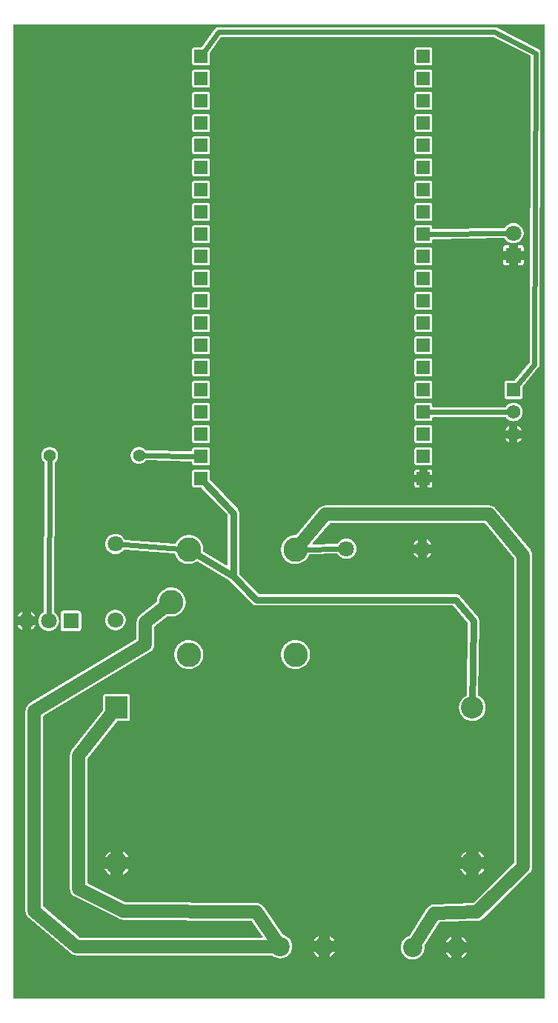
<source format=gbl>
G04 Layer: BottomLayer*
G04 EasyEDA v6.5.51, 2026-01-08 00:26:36*
G04 20534f1d5e454c7f8422adcd5164db7c,ce41bef9852f4de9b562203a7e9bab9e,10*
G04 Gerber Generator version 0.2*
G04 Scale: 100 percent, Rotated: No, Reflected: No *
G04 Dimensions in millimeters *
G04 leading zeros omitted , absolute positions ,4 integer and 5 decimal *
%FSLAX45Y45*%
%MOMM*%

%ADD10C,0.6000*%
%ADD11C,1.5000*%
%ADD12C,0.8000*%
%ADD13C,1.8000*%
%ADD14R,1.8000X1.8000*%
%ADD15C,2.2000*%
%ADD16C,1.5748*%
%ADD17R,1.5748X1.5748*%
%ADD18C,1.4000*%
%ADD19C,0.0112*%
%ADD20C,2.7940*%
%ADD21R,2.5400X2.5400*%
%ADD22C,2.5400*%
%ADD23R,1.5240X1.5240*%

%LPD*%
G36*
X277368Y-11162792D02*
G01*
X273456Y-11162030D01*
X270205Y-11159794D01*
X267970Y-11156543D01*
X267208Y-11152632D01*
X267208Y-36068D01*
X267970Y-32156D01*
X270205Y-28905D01*
X273456Y-26670D01*
X277368Y-25908D01*
X6326632Y-25908D01*
X6330543Y-26670D01*
X6333794Y-28905D01*
X6336030Y-32156D01*
X6336792Y-36068D01*
X6336792Y-11152632D01*
X6336030Y-11156543D01*
X6333794Y-11159794D01*
X6330543Y-11162030D01*
X6326632Y-11162792D01*
G37*

%LPC*%
G36*
X4822088Y-10714736D02*
G01*
X4837887Y-10714736D01*
X4853584Y-10712907D01*
X4868976Y-10709300D01*
X4883810Y-10703864D01*
X4897932Y-10696803D01*
X4911140Y-10688116D01*
X4923231Y-10677956D01*
X4934102Y-10666425D01*
X4943551Y-10653776D01*
X4951425Y-10640110D01*
X4957673Y-10625582D01*
X4962245Y-10610443D01*
X4964988Y-10594898D01*
X4965903Y-10579100D01*
X4964988Y-10563301D01*
X4964480Y-10560507D01*
X4964531Y-10556798D01*
X4965903Y-10553293D01*
X5133492Y-10289438D01*
X5135676Y-10286949D01*
X5138521Y-10285323D01*
X5141772Y-10284714D01*
X5565038Y-10273588D01*
X5574690Y-10272877D01*
X5578246Y-10272369D01*
X5587695Y-10270439D01*
X5591149Y-10269474D01*
X5600192Y-10266324D01*
X5603544Y-10264952D01*
X5612130Y-10260634D01*
X5615228Y-10258806D01*
X5623153Y-10253421D01*
X5625998Y-10251186D01*
X5633262Y-10244734D01*
X6166256Y-9724440D01*
X6175298Y-9714382D01*
X6182766Y-9703511D01*
X6188710Y-9691725D01*
X6193129Y-9679279D01*
X6195872Y-9666427D01*
X6196888Y-9651644D01*
X6196838Y-6091783D01*
X6196025Y-6082741D01*
X6195415Y-6078677D01*
X6193434Y-6069787D01*
X6192266Y-6065824D01*
X6189167Y-6057290D01*
X6187541Y-6053531D01*
X6183325Y-6045454D01*
X6181191Y-6041948D01*
X6175959Y-6034481D01*
X5779770Y-5561482D01*
X5773572Y-5554675D01*
X5770626Y-5551830D01*
X5763615Y-5545988D01*
X5760313Y-5543550D01*
X5752642Y-5538673D01*
X5749036Y-5536692D01*
X5740806Y-5532831D01*
X5736996Y-5531358D01*
X5728309Y-5528614D01*
X5724347Y-5527649D01*
X5715355Y-5526024D01*
X5711291Y-5525617D01*
X5702096Y-5525211D01*
X3835603Y-5525211D01*
X3827373Y-5525516D01*
X3822293Y-5526074D01*
X3814318Y-5527446D01*
X3809339Y-5528614D01*
X3801618Y-5531002D01*
X3796842Y-5532831D01*
X3789476Y-5536234D01*
X3785006Y-5538673D01*
X3778148Y-5542991D01*
X3774033Y-5545988D01*
X3767785Y-5551220D01*
X3764076Y-5554726D01*
X3758488Y-5560771D01*
X3502914Y-5860338D01*
X3499561Y-5862929D01*
X3495446Y-5863945D01*
X3478072Y-5864402D01*
X3460597Y-5866739D01*
X3443478Y-5870905D01*
X3426917Y-5876899D01*
X3411067Y-5884621D01*
X3396132Y-5893968D01*
X3382264Y-5904839D01*
X3369614Y-5917133D01*
X3358387Y-5930696D01*
X3348634Y-5945378D01*
X3340506Y-5961024D01*
X3334105Y-5977432D01*
X3329432Y-5994450D01*
X3326637Y-6011875D01*
X3325723Y-6029452D01*
X3326637Y-6047028D01*
X3329432Y-6064453D01*
X3334105Y-6081471D01*
X3340506Y-6097879D01*
X3348634Y-6113526D01*
X3358387Y-6128207D01*
X3369614Y-6141770D01*
X3382264Y-6154064D01*
X3396132Y-6164935D01*
X3411067Y-6174282D01*
X3426917Y-6182004D01*
X3443478Y-6187998D01*
X3460597Y-6192164D01*
X3478072Y-6194501D01*
X3495700Y-6195009D01*
X3513277Y-6193586D01*
X3530600Y-6190335D01*
X3547465Y-6185204D01*
X3563721Y-6178397D01*
X3579114Y-6169812D01*
X3593541Y-6159703D01*
X3606800Y-6148070D01*
X3618788Y-6135116D01*
X3629304Y-6120993D01*
X3638245Y-6105804D01*
X3645560Y-6089599D01*
X3647643Y-6086043D01*
X3650996Y-6083554D01*
X3655060Y-6082639D01*
X3967378Y-6077458D01*
X3970782Y-6078016D01*
X3973779Y-6079642D01*
X3976115Y-6082182D01*
X3979722Y-6087922D01*
X3989019Y-6099149D01*
X3999636Y-6109106D01*
X4011422Y-6117640D01*
X4024172Y-6124651D01*
X4037685Y-6130036D01*
X4051757Y-6133642D01*
X4066235Y-6135471D01*
X4080764Y-6135471D01*
X4095191Y-6133642D01*
X4109313Y-6130036D01*
X4122826Y-6124651D01*
X4135577Y-6117640D01*
X4147362Y-6109106D01*
X4157979Y-6099149D01*
X4167225Y-6087922D01*
X4175048Y-6075629D01*
X4181246Y-6062472D01*
X4185716Y-6048603D01*
X4188460Y-6034328D01*
X4189374Y-6019800D01*
X4188460Y-6005271D01*
X4185716Y-5990996D01*
X4181246Y-5977128D01*
X4175048Y-5963970D01*
X4167225Y-5951677D01*
X4157979Y-5940450D01*
X4147362Y-5930493D01*
X4135577Y-5921959D01*
X4122826Y-5914948D01*
X4109313Y-5909564D01*
X4095191Y-5905957D01*
X4080764Y-5904128D01*
X4066235Y-5904128D01*
X4051757Y-5905957D01*
X4037685Y-5909564D01*
X4024172Y-5914948D01*
X4011422Y-5921959D01*
X3999636Y-5930493D01*
X3989019Y-5940450D01*
X3979722Y-5951677D01*
X3973829Y-5960973D01*
X3971645Y-5963462D01*
X3968699Y-5965088D01*
X3965448Y-5965698D01*
X3696715Y-5970117D01*
X3692956Y-5969457D01*
X3689654Y-5967425D01*
X3687368Y-5964326D01*
X3686403Y-5960567D01*
X3686962Y-5956757D01*
X3688842Y-5953353D01*
X3878935Y-5730595D01*
X3882390Y-5727954D01*
X3886657Y-5726988D01*
X5650433Y-5726988D01*
X5654751Y-5727954D01*
X5658256Y-5730646D01*
X5992723Y-6129832D01*
X5994501Y-6132931D01*
X5995111Y-6136386D01*
X5995111Y-9605213D01*
X5994298Y-9609175D01*
X5992012Y-9612477D01*
X5523280Y-10070084D01*
X5520131Y-10072166D01*
X5516422Y-10072979D01*
X5077510Y-10084511D01*
X5071059Y-10084917D01*
X5064201Y-10085730D01*
X5058054Y-10086898D01*
X5051298Y-10088676D01*
X5045354Y-10090607D01*
X5038953Y-10093248D01*
X5033314Y-10095941D01*
X5027269Y-10099395D01*
X5022037Y-10102799D01*
X5016500Y-10107015D01*
X5011724Y-10111079D01*
X5006797Y-10115956D01*
X5002631Y-10120630D01*
X4998364Y-10126116D01*
X4994706Y-10131450D01*
X4795621Y-10444988D01*
X4793386Y-10447477D01*
X4790541Y-10449102D01*
X4776165Y-10454335D01*
X4762042Y-10461396D01*
X4748834Y-10470083D01*
X4736744Y-10480243D01*
X4725924Y-10491774D01*
X4716475Y-10504424D01*
X4708550Y-10518089D01*
X4702302Y-10532618D01*
X4697780Y-10547756D01*
X4695037Y-10563301D01*
X4694123Y-10579100D01*
X4695037Y-10594898D01*
X4697780Y-10610443D01*
X4702302Y-10625582D01*
X4708550Y-10640110D01*
X4716475Y-10653776D01*
X4725924Y-10666425D01*
X4736744Y-10677956D01*
X4748834Y-10688116D01*
X4762042Y-10696803D01*
X4776165Y-10703864D01*
X4791049Y-10709300D01*
X4806391Y-10712907D01*
G37*
G36*
X3310788Y-10702036D02*
G01*
X3326587Y-10702036D01*
X3342284Y-10700207D01*
X3357676Y-10696600D01*
X3372510Y-10691164D01*
X3386632Y-10684103D01*
X3399840Y-10675416D01*
X3411931Y-10665256D01*
X3422802Y-10653725D01*
X3432251Y-10641076D01*
X3440125Y-10627410D01*
X3446373Y-10612882D01*
X3450945Y-10597743D01*
X3453688Y-10582198D01*
X3454603Y-10566400D01*
X3453688Y-10550601D01*
X3450945Y-10535056D01*
X3446373Y-10519918D01*
X3440125Y-10505389D01*
X3432251Y-10491724D01*
X3422802Y-10479074D01*
X3411931Y-10467543D01*
X3399840Y-10457383D01*
X3386632Y-10448696D01*
X3372510Y-10441635D01*
X3357676Y-10436199D01*
X3354324Y-10435437D01*
X3350971Y-10433913D01*
X3348329Y-10431322D01*
X3128619Y-10112044D01*
X3122879Y-10105085D01*
X3120034Y-10102037D01*
X3113430Y-10095890D01*
X3110179Y-10093248D01*
X3102813Y-10088016D01*
X3099257Y-10085781D01*
X3091332Y-10081564D01*
X3087471Y-10079837D01*
X3079038Y-10076688D01*
X3075025Y-10075468D01*
X3066237Y-10073436D01*
X3062122Y-10072776D01*
X3053130Y-10071912D01*
X1550568Y-10059314D01*
X1546098Y-10058247D01*
X1122527Y-9846462D01*
X1119530Y-9844176D01*
X1117600Y-9841026D01*
X1116888Y-9837369D01*
X1116888Y-8420608D01*
X1117447Y-8417255D01*
X1119073Y-8414308D01*
X1452473Y-7992668D01*
X1454708Y-7990586D01*
X1457452Y-7989265D01*
X1460449Y-7988808D01*
X1574241Y-7988808D01*
X1580540Y-7988096D01*
X1586026Y-7986166D01*
X1590903Y-7983118D01*
X1595018Y-7979003D01*
X1598066Y-7974126D01*
X1599996Y-7968640D01*
X1600708Y-7962341D01*
X1600708Y-7709458D01*
X1599996Y-7703159D01*
X1598066Y-7697673D01*
X1595018Y-7692796D01*
X1590903Y-7688681D01*
X1586026Y-7685633D01*
X1580540Y-7683703D01*
X1574241Y-7682992D01*
X1321358Y-7682992D01*
X1315059Y-7683703D01*
X1309573Y-7685633D01*
X1304696Y-7688681D01*
X1300581Y-7692796D01*
X1297533Y-7697673D01*
X1295603Y-7703159D01*
X1294892Y-7709458D01*
X1294892Y-7863078D01*
X1294333Y-7866380D01*
X1292707Y-7869377D01*
X936853Y-8319363D01*
X928624Y-8331555D01*
X922782Y-8343392D01*
X918565Y-8355888D01*
X915974Y-8368842D01*
X915111Y-8382355D01*
X915111Y-9905847D01*
X915263Y-9911994D01*
X915974Y-9919208D01*
X916940Y-9925100D01*
X918565Y-9932162D01*
X920242Y-9937902D01*
X922782Y-9944658D01*
X925271Y-9950094D01*
X928624Y-9956495D01*
X931773Y-9961575D01*
X935990Y-9967468D01*
X939749Y-9972090D01*
X944676Y-9977374D01*
X949045Y-9981488D01*
X954582Y-9986060D01*
X959459Y-9989566D01*
X965555Y-9993376D01*
X970991Y-9996322D01*
X1478737Y-10250170D01*
X1484579Y-10252913D01*
X1491030Y-10255351D01*
X1497076Y-10257231D01*
X1503781Y-10258856D01*
X1509979Y-10259923D01*
X1516837Y-10260634D01*
X1523339Y-10260888D01*
X2989326Y-10273131D01*
X2992526Y-10273690D01*
X2995371Y-10275163D01*
X2997606Y-10277500D01*
X3115970Y-10449560D01*
X3117596Y-10453624D01*
X3117392Y-10457992D01*
X3115360Y-10461904D01*
X3111855Y-10464546D01*
X3107588Y-10465511D01*
X1031138Y-10465511D01*
X1027633Y-10464901D01*
X1024585Y-10463123D01*
X612546Y-10116108D01*
X609854Y-10112603D01*
X608888Y-10108336D01*
X608888Y-7936890D01*
X609498Y-7933486D01*
X611225Y-7930438D01*
X613816Y-7928152D01*
X1829612Y-7198715D01*
X1840738Y-7190994D01*
X1850542Y-7182103D01*
X1859076Y-7172045D01*
X1866188Y-7160971D01*
X1871827Y-7149033D01*
X1875891Y-7136485D01*
X1878228Y-7123430D01*
X1878888Y-7111695D01*
X1878888Y-6912254D01*
X1879346Y-6909206D01*
X1880717Y-6906463D01*
X1882800Y-6904228D01*
X2026107Y-6792569D01*
X2028748Y-6791045D01*
X2031746Y-6790436D01*
X2034793Y-6790690D01*
X2040636Y-6792112D01*
X2058111Y-6794449D01*
X2075688Y-6794957D01*
X2093264Y-6793534D01*
X2110587Y-6790283D01*
X2127453Y-6785152D01*
X2143709Y-6778345D01*
X2159152Y-6769760D01*
X2173579Y-6759651D01*
X2186838Y-6748018D01*
X2198776Y-6735064D01*
X2209292Y-6720941D01*
X2218232Y-6705752D01*
X2225497Y-6689699D01*
X2231034Y-6672986D01*
X2234793Y-6655765D01*
X2236673Y-6638188D01*
X2236673Y-6620611D01*
X2234793Y-6603085D01*
X2231034Y-6585813D01*
X2225497Y-6569100D01*
X2218232Y-6553047D01*
X2209292Y-6537858D01*
X2198776Y-6523735D01*
X2186838Y-6510781D01*
X2173579Y-6499148D01*
X2159152Y-6489039D01*
X2143709Y-6480505D01*
X2127453Y-6473647D01*
X2110587Y-6468516D01*
X2093264Y-6465265D01*
X2075688Y-6463842D01*
X2058111Y-6464350D01*
X2040636Y-6466687D01*
X2023516Y-6470853D01*
X2006904Y-6476847D01*
X1991055Y-6484569D01*
X1976120Y-6493916D01*
X1962251Y-6504787D01*
X1949602Y-6517081D01*
X1938375Y-6530644D01*
X1928622Y-6545326D01*
X1920493Y-6560972D01*
X1914093Y-6577380D01*
X1909470Y-6594398D01*
X1906625Y-6611823D01*
X1905914Y-6625945D01*
X1904746Y-6630111D01*
X1902002Y-6633413D01*
X1716227Y-6778244D01*
X1706676Y-6786625D01*
X1697939Y-6796582D01*
X1690624Y-6807555D01*
X1684782Y-6819392D01*
X1680565Y-6831888D01*
X1677974Y-6844842D01*
X1677111Y-6858355D01*
X1677111Y-7049109D01*
X1676501Y-7052513D01*
X1674774Y-7055561D01*
X1672183Y-7057847D01*
X456387Y-7787284D01*
X445262Y-7795006D01*
X435457Y-7803896D01*
X426923Y-7813954D01*
X419811Y-7825028D01*
X414172Y-7836966D01*
X410108Y-7849514D01*
X407771Y-7862570D01*
X407111Y-7874304D01*
X407111Y-10159796D01*
X407466Y-10168737D01*
X407924Y-10173055D01*
X409448Y-10181742D01*
X410514Y-10186009D01*
X413156Y-10194442D01*
X414731Y-10198506D01*
X418439Y-10206532D01*
X420573Y-10210342D01*
X425297Y-10217810D01*
X427888Y-10221366D01*
X433578Y-10228122D01*
X436575Y-10231272D01*
X443179Y-10237317D01*
X929081Y-10646410D01*
X936345Y-10651439D01*
X940053Y-10653725D01*
X947877Y-10657840D01*
X951890Y-10659567D01*
X960170Y-10662615D01*
X964387Y-10663834D01*
X973023Y-10665764D01*
X977341Y-10666425D01*
X986129Y-10667187D01*
X3224225Y-10667288D01*
X3227679Y-10667898D01*
X3230727Y-10669676D01*
X3237534Y-10675416D01*
X3250742Y-10684103D01*
X3264865Y-10691164D01*
X3279749Y-10696600D01*
X3295091Y-10700207D01*
G37*
G36*
X5268671Y-10700105D02*
G01*
X5268671Y-10640466D01*
X5208778Y-10640466D01*
X5216448Y-10653776D01*
X5225897Y-10666425D01*
X5236768Y-10677956D01*
X5248859Y-10688116D01*
X5262067Y-10696803D01*
G37*
G36*
X5391353Y-10700105D02*
G01*
X5397957Y-10696803D01*
X5411165Y-10688116D01*
X5423255Y-10677956D01*
X5434076Y-10666425D01*
X5443524Y-10653776D01*
X5451246Y-10640466D01*
X5391353Y-10640466D01*
G37*
G36*
X3880053Y-10687405D02*
G01*
X3886657Y-10684103D01*
X3899865Y-10675416D01*
X3911955Y-10665256D01*
X3922776Y-10653725D01*
X3932224Y-10641076D01*
X3939946Y-10627766D01*
X3880053Y-10627766D01*
G37*
G36*
X3757371Y-10687405D02*
G01*
X3757371Y-10627766D01*
X3697478Y-10627766D01*
X3705148Y-10641076D01*
X3714597Y-10653725D01*
X3725468Y-10665256D01*
X3737559Y-10675416D01*
X3750767Y-10684103D01*
G37*
G36*
X5208778Y-10517733D02*
G01*
X5268671Y-10517733D01*
X5268671Y-10458094D01*
X5262067Y-10461396D01*
X5248859Y-10470083D01*
X5236768Y-10480243D01*
X5225897Y-10491774D01*
X5216448Y-10504424D01*
G37*
G36*
X5391353Y-10517733D02*
G01*
X5451246Y-10517733D01*
X5443524Y-10504424D01*
X5434076Y-10491774D01*
X5423255Y-10480243D01*
X5411165Y-10470083D01*
X5397957Y-10461396D01*
X5391353Y-10458094D01*
G37*
G36*
X3880053Y-10505033D02*
G01*
X3939946Y-10505033D01*
X3932224Y-10491724D01*
X3922776Y-10479074D01*
X3911955Y-10467543D01*
X3899865Y-10457383D01*
X3886657Y-10448696D01*
X3880053Y-10445394D01*
G37*
G36*
X3697478Y-10505033D02*
G01*
X3757371Y-10505033D01*
X3757371Y-10445394D01*
X3750767Y-10448696D01*
X3737559Y-10457383D01*
X3725468Y-10467543D01*
X3714597Y-10479074D01*
X3705148Y-10491724D01*
G37*
G36*
X1517650Y-9749840D02*
G01*
X1531416Y-9741916D01*
X1544980Y-9731908D01*
X1557375Y-9720529D01*
X1568450Y-9707829D01*
X1578051Y-9693960D01*
X1583588Y-9683750D01*
X1517650Y-9683750D01*
G37*
G36*
X5581650Y-9749840D02*
G01*
X5595416Y-9741916D01*
X5608980Y-9731908D01*
X5621375Y-9720529D01*
X5632450Y-9707829D01*
X5642051Y-9693960D01*
X5647588Y-9683750D01*
X5581650Y-9683750D01*
G37*
G36*
X1377950Y-9749637D02*
G01*
X1377950Y-9683750D01*
X1311960Y-9683750D01*
X1313332Y-9686645D01*
X1322171Y-9701022D01*
X1332484Y-9714331D01*
X1344269Y-9726371D01*
X1357274Y-9737090D01*
X1371346Y-9746284D01*
G37*
G36*
X5441950Y-9749637D02*
G01*
X5441950Y-9683750D01*
X5375960Y-9683750D01*
X5377332Y-9686645D01*
X5386171Y-9701022D01*
X5396484Y-9714331D01*
X5408269Y-9726371D01*
X5421274Y-9737090D01*
X5435346Y-9746284D01*
G37*
G36*
X5375960Y-9544050D02*
G01*
X5441950Y-9544050D01*
X5441950Y-9478162D01*
X5435346Y-9481515D01*
X5421274Y-9490710D01*
X5408269Y-9501428D01*
X5396484Y-9513468D01*
X5386171Y-9526778D01*
X5377332Y-9541154D01*
G37*
G36*
X1311960Y-9544050D02*
G01*
X1377950Y-9544050D01*
X1377950Y-9478162D01*
X1371346Y-9481515D01*
X1357274Y-9490710D01*
X1344269Y-9501428D01*
X1332484Y-9513468D01*
X1322171Y-9526778D01*
X1313332Y-9541154D01*
G37*
G36*
X1517650Y-9544050D02*
G01*
X1583588Y-9544050D01*
X1578051Y-9533839D01*
X1568450Y-9519970D01*
X1557375Y-9507270D01*
X1544980Y-9495891D01*
X1531416Y-9485884D01*
X1517650Y-9477959D01*
G37*
G36*
X5581650Y-9544050D02*
G01*
X5647588Y-9544050D01*
X5642051Y-9533839D01*
X5632450Y-9519970D01*
X5621375Y-9507270D01*
X5608980Y-9495891D01*
X5595416Y-9485884D01*
X5581650Y-9477959D01*
G37*
G36*
X5516016Y-7988757D02*
G01*
X5532780Y-7987334D01*
X5549341Y-7984134D01*
X5565394Y-7979105D01*
X5580837Y-7972298D01*
X5595416Y-7963916D01*
X5608980Y-7953908D01*
X5621375Y-7942529D01*
X5632450Y-7929829D01*
X5642051Y-7915960D01*
X5650077Y-7901127D01*
X5656427Y-7885531D01*
X5660999Y-7869326D01*
X5663742Y-7852714D01*
X5664708Y-7835900D01*
X5663742Y-7819085D01*
X5660999Y-7802473D01*
X5656427Y-7786268D01*
X5650077Y-7770672D01*
X5642051Y-7755839D01*
X5632450Y-7741970D01*
X5621375Y-7729270D01*
X5608980Y-7717891D01*
X5595416Y-7707884D01*
X5584647Y-7701686D01*
X5581904Y-7699349D01*
X5580126Y-7696250D01*
X5579567Y-7692745D01*
X5590387Y-6846366D01*
X5590235Y-6840931D01*
X5589727Y-6835851D01*
X5588762Y-6830669D01*
X5587441Y-6825742D01*
X5585663Y-6820814D01*
X5583580Y-6816140D01*
X5581091Y-6811518D01*
X5578297Y-6807250D01*
X5574995Y-6802932D01*
X5374081Y-6561988D01*
X5369864Y-6557365D01*
X5366766Y-6554419D01*
X5362041Y-6550659D01*
X5358485Y-6548272D01*
X5353202Y-6545275D01*
X5349341Y-6543446D01*
X5343652Y-6541312D01*
X5339537Y-6540144D01*
X5333593Y-6538925D01*
X5329326Y-6538366D01*
X5323078Y-6538112D01*
X3079496Y-6538112D01*
X3075635Y-6537299D01*
X3072333Y-6535115D01*
X2850184Y-6312966D01*
X2848000Y-6309664D01*
X2847187Y-6305804D01*
X2847187Y-5613806D01*
X2846374Y-5603087D01*
X2843936Y-5593029D01*
X2839974Y-5583478D01*
X2834538Y-5574588D01*
X2829204Y-5568137D01*
X2517851Y-5235295D01*
X2515819Y-5232095D01*
X2515108Y-5228386D01*
X2515108Y-5144058D01*
X2514396Y-5137759D01*
X2512466Y-5132273D01*
X2509418Y-5127396D01*
X2505303Y-5123281D01*
X2500426Y-5120233D01*
X2494940Y-5118303D01*
X2488641Y-5117592D01*
X2337358Y-5117592D01*
X2331059Y-5118303D01*
X2325573Y-5120233D01*
X2320696Y-5123281D01*
X2316581Y-5127396D01*
X2313533Y-5132273D01*
X2311603Y-5137759D01*
X2310892Y-5144058D01*
X2310892Y-5295341D01*
X2311603Y-5301640D01*
X2313533Y-5307126D01*
X2316581Y-5312003D01*
X2320696Y-5316118D01*
X2325573Y-5319166D01*
X2331059Y-5321096D01*
X2337358Y-5321808D01*
X2413863Y-5321808D01*
X2417876Y-5322620D01*
X2421280Y-5325008D01*
X2712669Y-5636514D01*
X2714701Y-5639714D01*
X2715412Y-5643422D01*
X2715412Y-6202527D01*
X2714498Y-6206693D01*
X2711958Y-6210147D01*
X2708249Y-6212230D01*
X2704033Y-6212586D01*
X2699969Y-6211214D01*
X2440787Y-6054750D01*
X2437942Y-6052210D01*
X2436266Y-6048756D01*
X2435961Y-6044946D01*
X2436672Y-6038189D01*
X2436672Y-6020612D01*
X2434793Y-6003086D01*
X2431084Y-5985814D01*
X2425547Y-5969101D01*
X2418232Y-5953048D01*
X2409291Y-5937859D01*
X2398776Y-5923737D01*
X2386838Y-5910783D01*
X2373579Y-5899150D01*
X2359152Y-5889040D01*
X2343708Y-5880506D01*
X2327452Y-5873648D01*
X2310587Y-5868517D01*
X2293264Y-5865266D01*
X2275687Y-5863844D01*
X2258110Y-5864352D01*
X2240635Y-5866688D01*
X2223516Y-5870854D01*
X2206904Y-5876848D01*
X2191054Y-5884570D01*
X2176119Y-5893917D01*
X2162251Y-5904788D01*
X2149602Y-5917082D01*
X2138375Y-5930646D01*
X2128621Y-5945327D01*
X2123135Y-5955893D01*
X2120696Y-5958941D01*
X2117293Y-5960872D01*
X2113381Y-5961329D01*
X1546148Y-5918200D01*
X1542897Y-5917387D01*
X1540103Y-5915558D01*
X1538020Y-5912916D01*
X1532940Y-5903722D01*
X1524406Y-5891936D01*
X1514449Y-5881319D01*
X1503222Y-5872022D01*
X1490929Y-5864250D01*
X1477772Y-5858052D01*
X1463903Y-5853531D01*
X1449628Y-5850839D01*
X1435100Y-5849924D01*
X1420571Y-5850839D01*
X1406296Y-5853531D01*
X1392428Y-5858052D01*
X1379270Y-5864250D01*
X1366977Y-5872022D01*
X1355750Y-5881319D01*
X1345793Y-5891936D01*
X1337259Y-5903722D01*
X1330248Y-5916472D01*
X1324864Y-5929985D01*
X1321257Y-5944057D01*
X1319428Y-5958535D01*
X1319428Y-5973064D01*
X1321257Y-5987491D01*
X1324864Y-6001613D01*
X1330248Y-6015126D01*
X1337259Y-6027877D01*
X1345793Y-6039662D01*
X1355750Y-6050280D01*
X1366977Y-6059525D01*
X1379270Y-6067348D01*
X1392428Y-6073546D01*
X1406296Y-6078016D01*
X1420571Y-6080760D01*
X1435100Y-6081674D01*
X1449628Y-6080760D01*
X1463903Y-6078016D01*
X1477772Y-6073546D01*
X1490929Y-6067348D01*
X1503222Y-6059525D01*
X1514449Y-6050280D01*
X1524406Y-6039662D01*
X1528622Y-6033820D01*
X1531112Y-6031433D01*
X1534210Y-6030010D01*
X1537614Y-6029655D01*
X2104745Y-6072784D01*
X2108708Y-6073952D01*
X2111908Y-6076594D01*
X2114092Y-6081420D01*
X2120493Y-6097828D01*
X2128621Y-6113475D01*
X2138375Y-6128156D01*
X2149602Y-6141720D01*
X2162251Y-6154013D01*
X2176119Y-6164884D01*
X2191054Y-6174232D01*
X2206904Y-6181953D01*
X2223516Y-6187948D01*
X2240635Y-6192113D01*
X2258110Y-6194450D01*
X2275687Y-6194958D01*
X2293264Y-6193536D01*
X2310587Y-6190284D01*
X2327452Y-6185154D01*
X2343708Y-6178346D01*
X2359152Y-6169761D01*
X2361641Y-6168034D01*
X2365197Y-6166408D01*
X2369108Y-6166307D01*
X2372715Y-6167628D01*
X2739288Y-6388912D01*
X2741218Y-6390436D01*
X3001111Y-6650329D01*
X3009290Y-6657289D01*
X3018078Y-6662674D01*
X3027629Y-6666636D01*
X3037687Y-6669074D01*
X3048406Y-6669887D01*
X5287721Y-6669887D01*
X5292039Y-6670852D01*
X5295493Y-6673545D01*
X5455869Y-6865924D01*
X5457647Y-6869023D01*
X5458256Y-6872579D01*
X5447741Y-7691120D01*
X5447030Y-7694726D01*
X5445099Y-7697825D01*
X5442153Y-7700060D01*
X5435346Y-7703515D01*
X5421274Y-7712709D01*
X5408269Y-7723428D01*
X5396484Y-7735468D01*
X5386171Y-7748778D01*
X5377332Y-7763154D01*
X5370169Y-7778343D01*
X5364683Y-7794294D01*
X5360974Y-7810753D01*
X5359146Y-7827467D01*
X5359146Y-7844332D01*
X5360974Y-7861046D01*
X5364683Y-7877505D01*
X5370169Y-7893456D01*
X5377332Y-7908645D01*
X5386171Y-7923022D01*
X5396484Y-7936331D01*
X5408269Y-7948371D01*
X5421274Y-7959090D01*
X5435346Y-7968284D01*
X5450382Y-7975904D01*
X5466181Y-7981797D01*
X5482488Y-7985963D01*
X5499150Y-7988249D01*
G37*
G36*
X2275687Y-7394956D02*
G01*
X2293264Y-7393533D01*
X2310587Y-7390282D01*
X2327452Y-7385151D01*
X2343708Y-7378344D01*
X2359152Y-7369759D01*
X2373579Y-7359650D01*
X2386838Y-7348016D01*
X2398776Y-7335062D01*
X2409291Y-7320940D01*
X2418232Y-7305751D01*
X2425547Y-7289698D01*
X2431084Y-7272985D01*
X2434793Y-7255764D01*
X2436672Y-7238187D01*
X2436672Y-7220610D01*
X2434793Y-7203084D01*
X2431084Y-7185812D01*
X2425547Y-7169099D01*
X2418232Y-7153046D01*
X2409291Y-7137857D01*
X2398776Y-7123734D01*
X2386838Y-7110780D01*
X2373579Y-7099147D01*
X2359152Y-7089038D01*
X2343708Y-7080503D01*
X2327452Y-7073646D01*
X2310587Y-7068515D01*
X2293264Y-7065264D01*
X2275687Y-7063841D01*
X2258110Y-7064349D01*
X2240635Y-7066686D01*
X2223516Y-7070852D01*
X2206904Y-7076846D01*
X2191054Y-7084568D01*
X2176119Y-7093915D01*
X2162251Y-7104786D01*
X2149602Y-7117080D01*
X2138375Y-7130643D01*
X2128621Y-7145324D01*
X2120493Y-7160971D01*
X2114092Y-7177379D01*
X2109470Y-7194397D01*
X2106625Y-7211822D01*
X2105710Y-7229398D01*
X2106625Y-7246975D01*
X2109470Y-7264400D01*
X2114092Y-7281418D01*
X2120493Y-7297826D01*
X2128621Y-7313472D01*
X2138375Y-7328153D01*
X2149602Y-7341717D01*
X2162251Y-7354011D01*
X2176119Y-7364882D01*
X2191054Y-7374229D01*
X2206904Y-7381951D01*
X2223516Y-7387945D01*
X2240635Y-7392111D01*
X2258110Y-7394448D01*
G37*
G36*
X3495700Y-7394905D02*
G01*
X3513277Y-7393482D01*
X3530600Y-7390231D01*
X3547465Y-7385100D01*
X3563721Y-7378293D01*
X3579114Y-7369708D01*
X3593541Y-7359599D01*
X3606800Y-7347966D01*
X3618788Y-7335012D01*
X3629304Y-7320889D01*
X3638245Y-7305700D01*
X3645509Y-7289647D01*
X3651046Y-7272934D01*
X3654755Y-7255713D01*
X3656634Y-7238136D01*
X3656634Y-7220559D01*
X3654755Y-7203033D01*
X3651046Y-7185761D01*
X3645509Y-7169048D01*
X3638245Y-7152995D01*
X3629304Y-7137806D01*
X3618788Y-7123684D01*
X3606800Y-7110730D01*
X3593541Y-7099096D01*
X3579114Y-7088987D01*
X3563721Y-7080453D01*
X3547465Y-7073595D01*
X3530600Y-7068464D01*
X3513277Y-7065213D01*
X3495700Y-7063790D01*
X3478072Y-7064298D01*
X3460597Y-7066635D01*
X3443478Y-7070801D01*
X3426917Y-7076795D01*
X3411067Y-7084517D01*
X3396132Y-7093864D01*
X3382264Y-7104735D01*
X3369614Y-7117029D01*
X3358387Y-7130592D01*
X3348634Y-7145274D01*
X3340506Y-7160920D01*
X3334054Y-7177328D01*
X3329432Y-7194346D01*
X3326637Y-7211771D01*
X3325723Y-7229348D01*
X3326637Y-7246924D01*
X3329432Y-7264349D01*
X3334054Y-7281367D01*
X3340506Y-7297775D01*
X3348634Y-7313422D01*
X3358387Y-7328103D01*
X3369614Y-7341666D01*
X3382264Y-7353960D01*
X3396132Y-7364831D01*
X3411067Y-7374178D01*
X3426917Y-7381900D01*
X3443478Y-7387894D01*
X3460597Y-7392060D01*
X3478072Y-7394397D01*
G37*
G36*
X837692Y-6961225D02*
G01*
X1016508Y-6961225D01*
X1022858Y-6960514D01*
X1028293Y-6958584D01*
X1033221Y-6955485D01*
X1037285Y-6951421D01*
X1040384Y-6946493D01*
X1042314Y-6941058D01*
X1043025Y-6934708D01*
X1043025Y-6755892D01*
X1042314Y-6749542D01*
X1040384Y-6744106D01*
X1037285Y-6739178D01*
X1033221Y-6735114D01*
X1028293Y-6732016D01*
X1022858Y-6730085D01*
X1016508Y-6729374D01*
X837692Y-6729374D01*
X831342Y-6730085D01*
X825906Y-6732016D01*
X820978Y-6735114D01*
X816914Y-6739178D01*
X813816Y-6744106D01*
X811885Y-6749542D01*
X811174Y-6755892D01*
X811174Y-6934708D01*
X811885Y-6941058D01*
X813816Y-6946493D01*
X816914Y-6951421D01*
X820978Y-6955485D01*
X825906Y-6958584D01*
X831342Y-6960514D01*
G37*
G36*
X673100Y-6961174D02*
G01*
X687628Y-6960260D01*
X701903Y-6957568D01*
X715772Y-6953046D01*
X728929Y-6946849D01*
X741222Y-6939076D01*
X752449Y-6929780D01*
X762406Y-6919163D01*
X770940Y-6907377D01*
X777951Y-6894626D01*
X783336Y-6881114D01*
X786942Y-6866991D01*
X788771Y-6852564D01*
X788771Y-6838035D01*
X786942Y-6823608D01*
X783336Y-6809486D01*
X777951Y-6795973D01*
X770940Y-6783222D01*
X762406Y-6771436D01*
X752449Y-6760819D01*
X741222Y-6751523D01*
X734314Y-6747154D01*
X731774Y-6744868D01*
X730148Y-6741922D01*
X729589Y-6738518D01*
X739190Y-5036058D01*
X740206Y-5031689D01*
X742950Y-5028234D01*
X749249Y-5023053D01*
X758190Y-5013502D01*
X765759Y-5002834D01*
X771753Y-4991201D01*
X776173Y-4978857D01*
X778814Y-4966055D01*
X779729Y-4953000D01*
X778814Y-4939944D01*
X776173Y-4927142D01*
X771753Y-4914798D01*
X765759Y-4903165D01*
X758190Y-4892497D01*
X749249Y-4882946D01*
X739140Y-4874666D01*
X727913Y-4867859D01*
X715924Y-4862677D01*
X703326Y-4859121D01*
X690372Y-4857343D01*
X677265Y-4857343D01*
X664311Y-4859121D01*
X651713Y-4862677D01*
X639724Y-4867859D01*
X628548Y-4874666D01*
X618388Y-4882946D01*
X609447Y-4892497D01*
X601878Y-4903165D01*
X595884Y-4914798D01*
X591515Y-4927142D01*
X588822Y-4939944D01*
X587959Y-4953000D01*
X588822Y-4966055D01*
X591515Y-4978857D01*
X595884Y-4991201D01*
X601878Y-5002834D01*
X609447Y-5013502D01*
X618388Y-5023053D01*
X623671Y-5027371D01*
X626414Y-5030927D01*
X627380Y-5035296D01*
X617778Y-6737908D01*
X617220Y-6741210D01*
X615594Y-6744157D01*
X613105Y-6746392D01*
X604977Y-6751523D01*
X593750Y-6760819D01*
X583793Y-6771436D01*
X575259Y-6783222D01*
X568248Y-6795973D01*
X562864Y-6809486D01*
X559257Y-6823608D01*
X557428Y-6838035D01*
X557428Y-6852564D01*
X559257Y-6866991D01*
X562864Y-6881114D01*
X568248Y-6894626D01*
X575259Y-6907377D01*
X583793Y-6919163D01*
X593750Y-6929780D01*
X604977Y-6939076D01*
X617270Y-6946849D01*
X630428Y-6953046D01*
X644296Y-6957568D01*
X658571Y-6960260D01*
G37*
G36*
X1435100Y-6951675D02*
G01*
X1449628Y-6950760D01*
X1463903Y-6948068D01*
X1477772Y-6943547D01*
X1490929Y-6937349D01*
X1503222Y-6929577D01*
X1514449Y-6920280D01*
X1524406Y-6909663D01*
X1532940Y-6897878D01*
X1539951Y-6885127D01*
X1545336Y-6871614D01*
X1548942Y-6857542D01*
X1550771Y-6843064D01*
X1550771Y-6828536D01*
X1548942Y-6814108D01*
X1545336Y-6799986D01*
X1539951Y-6786473D01*
X1532940Y-6773722D01*
X1524406Y-6761937D01*
X1514449Y-6751320D01*
X1503222Y-6742074D01*
X1490929Y-6734251D01*
X1477772Y-6728053D01*
X1463903Y-6723583D01*
X1449628Y-6720840D01*
X1435100Y-6719925D01*
X1420571Y-6720840D01*
X1406296Y-6723583D01*
X1392428Y-6728053D01*
X1379270Y-6734251D01*
X1366977Y-6742074D01*
X1355750Y-6751320D01*
X1345793Y-6761937D01*
X1337259Y-6773722D01*
X1330248Y-6786473D01*
X1324864Y-6799986D01*
X1321257Y-6814108D01*
X1319428Y-6828536D01*
X1319428Y-6843064D01*
X1321257Y-6857542D01*
X1324864Y-6871614D01*
X1330248Y-6885127D01*
X1337259Y-6897878D01*
X1345793Y-6909663D01*
X1355750Y-6920280D01*
X1366977Y-6929577D01*
X1379270Y-6937349D01*
X1392428Y-6943547D01*
X1406296Y-6948068D01*
X1420571Y-6950760D01*
G37*
G36*
X367741Y-6948982D02*
G01*
X367741Y-6896658D01*
X315366Y-6896658D01*
X321259Y-6907377D01*
X329793Y-6919163D01*
X339750Y-6929780D01*
X350977Y-6939076D01*
X363270Y-6946849D01*
G37*
G36*
X470458Y-6948982D02*
G01*
X474929Y-6946849D01*
X487222Y-6939076D01*
X498449Y-6929780D01*
X508406Y-6919163D01*
X516940Y-6907377D01*
X522833Y-6896658D01*
X470458Y-6896658D01*
G37*
G36*
X470458Y-6793941D02*
G01*
X522833Y-6793941D01*
X516940Y-6783222D01*
X508406Y-6771436D01*
X498449Y-6760819D01*
X487222Y-6751523D01*
X474929Y-6743750D01*
X470458Y-6741617D01*
G37*
G36*
X315366Y-6793941D02*
G01*
X367741Y-6793941D01*
X367741Y-6741617D01*
X363270Y-6743750D01*
X350977Y-6751523D01*
X339750Y-6760819D01*
X329793Y-6771436D01*
X321259Y-6783222D01*
G37*
G36*
X4892141Y-6123533D02*
G01*
X4892141Y-6071158D01*
X4839868Y-6071158D01*
X4841951Y-6075629D01*
X4849774Y-6087922D01*
X4859020Y-6099149D01*
X4869637Y-6109106D01*
X4881422Y-6117640D01*
G37*
G36*
X4994859Y-6123533D02*
G01*
X5005578Y-6117640D01*
X5017363Y-6109106D01*
X5027980Y-6099149D01*
X5037277Y-6087922D01*
X5045049Y-6075629D01*
X5047183Y-6071158D01*
X4994859Y-6071158D01*
G37*
G36*
X4839868Y-5968441D02*
G01*
X4892141Y-5968441D01*
X4892141Y-5916066D01*
X4881422Y-5921959D01*
X4869637Y-5930493D01*
X4859020Y-5940450D01*
X4849774Y-5951677D01*
X4841951Y-5963970D01*
G37*
G36*
X4994859Y-5968441D02*
G01*
X5047183Y-5968441D01*
X5045049Y-5963970D01*
X5037277Y-5951677D01*
X5027980Y-5940450D01*
X5017363Y-5930493D01*
X5005578Y-5921959D01*
X4994859Y-5916066D01*
G37*
G36*
X4877358Y-5321808D02*
G01*
X4908550Y-5321808D01*
X4908550Y-5264150D01*
X4850892Y-5264150D01*
X4850892Y-5295341D01*
X4851603Y-5301640D01*
X4853533Y-5307126D01*
X4856581Y-5312003D01*
X4860696Y-5316118D01*
X4865573Y-5319166D01*
X4871059Y-5321096D01*
G37*
G36*
X4997450Y-5321808D02*
G01*
X5028641Y-5321808D01*
X5034940Y-5321096D01*
X5040426Y-5319166D01*
X5045303Y-5316118D01*
X5049418Y-5312003D01*
X5052466Y-5307126D01*
X5054396Y-5301640D01*
X5055108Y-5295341D01*
X5055108Y-5264150D01*
X4997450Y-5264150D01*
G37*
G36*
X4850892Y-5175250D02*
G01*
X4908550Y-5175250D01*
X4908550Y-5117592D01*
X4877358Y-5117592D01*
X4871059Y-5118303D01*
X4865573Y-5120233D01*
X4860696Y-5123281D01*
X4856581Y-5127396D01*
X4853533Y-5132273D01*
X4851603Y-5137759D01*
X4850892Y-5144058D01*
G37*
G36*
X4997450Y-5175250D02*
G01*
X5055108Y-5175250D01*
X5055108Y-5144058D01*
X5054396Y-5137759D01*
X5052466Y-5132273D01*
X5049418Y-5127396D01*
X5045303Y-5123281D01*
X5040426Y-5120233D01*
X5034940Y-5118303D01*
X5028641Y-5117592D01*
X4997450Y-5117592D01*
G37*
G36*
X4877358Y-5067808D02*
G01*
X5028641Y-5067808D01*
X5034940Y-5067096D01*
X5040426Y-5065166D01*
X5045303Y-5062118D01*
X5049418Y-5058003D01*
X5052466Y-5053126D01*
X5054396Y-5047640D01*
X5055108Y-5041341D01*
X5055108Y-4890058D01*
X5054396Y-4883759D01*
X5052466Y-4878273D01*
X5049418Y-4873396D01*
X5045303Y-4869281D01*
X5040426Y-4866233D01*
X5034940Y-4864303D01*
X5028641Y-4863592D01*
X4877358Y-4863592D01*
X4871059Y-4864303D01*
X4865573Y-4866233D01*
X4860696Y-4869281D01*
X4856581Y-4873396D01*
X4853533Y-4878273D01*
X4851603Y-4883759D01*
X4850892Y-4890058D01*
X4850892Y-5041341D01*
X4851603Y-5047640D01*
X4853533Y-5053126D01*
X4856581Y-5058003D01*
X4860696Y-5062118D01*
X4865573Y-5065166D01*
X4871059Y-5067096D01*
G37*
G36*
X2337358Y-5067808D02*
G01*
X2488641Y-5067808D01*
X2494940Y-5067096D01*
X2500426Y-5065166D01*
X2505303Y-5062118D01*
X2509418Y-5058003D01*
X2512466Y-5053126D01*
X2514396Y-5047640D01*
X2515108Y-5041341D01*
X2515108Y-4890058D01*
X2514396Y-4883759D01*
X2512466Y-4878273D01*
X2509418Y-4873396D01*
X2505303Y-4869281D01*
X2500426Y-4866233D01*
X2494940Y-4864303D01*
X2488641Y-4863592D01*
X2337358Y-4863592D01*
X2331059Y-4864303D01*
X2325573Y-4866233D01*
X2320696Y-4869281D01*
X2316581Y-4873396D01*
X2313533Y-4878273D01*
X2311603Y-4883759D01*
X2310892Y-4890058D01*
X2310892Y-4897628D01*
X2310079Y-4901539D01*
X2307844Y-4904841D01*
X2304491Y-4907026D01*
X2300528Y-4907788D01*
X1787550Y-4898593D01*
X1784400Y-4898034D01*
X1781606Y-4896561D01*
X1778152Y-4892497D01*
X1769211Y-4882946D01*
X1759051Y-4874666D01*
X1747875Y-4867859D01*
X1735886Y-4862677D01*
X1723288Y-4859121D01*
X1710334Y-4857343D01*
X1697228Y-4857343D01*
X1684274Y-4859121D01*
X1671675Y-4862677D01*
X1659686Y-4867859D01*
X1648460Y-4874666D01*
X1638350Y-4882946D01*
X1629410Y-4892497D01*
X1621840Y-4903165D01*
X1615846Y-4914798D01*
X1611426Y-4927142D01*
X1608785Y-4939944D01*
X1607870Y-4953000D01*
X1608785Y-4966055D01*
X1611426Y-4978857D01*
X1615846Y-4991201D01*
X1621840Y-5002834D01*
X1629410Y-5013502D01*
X1638350Y-5023053D01*
X1648460Y-5031333D01*
X1659686Y-5038140D01*
X1671675Y-5043373D01*
X1684274Y-5046878D01*
X1697228Y-5048656D01*
X1710334Y-5048656D01*
X1723288Y-5046878D01*
X1735886Y-5043373D01*
X1747875Y-5038140D01*
X1759051Y-5031333D01*
X1769211Y-5023053D01*
X1778050Y-5013604D01*
X1781505Y-5011166D01*
X1785670Y-5010404D01*
X2300935Y-5019598D01*
X2304745Y-5020411D01*
X2307996Y-5022646D01*
X2310130Y-5025898D01*
X2310892Y-5029758D01*
X2310892Y-5041341D01*
X2311603Y-5047640D01*
X2313533Y-5053126D01*
X2316581Y-5058003D01*
X2320696Y-5062118D01*
X2325573Y-5065166D01*
X2331059Y-5067096D01*
G37*
G36*
X4877358Y-4813808D02*
G01*
X5028641Y-4813808D01*
X5034940Y-4813096D01*
X5040426Y-4811166D01*
X5045303Y-4808118D01*
X5049418Y-4804003D01*
X5052466Y-4799126D01*
X5054396Y-4793640D01*
X5055108Y-4787341D01*
X5055108Y-4636058D01*
X5054396Y-4629759D01*
X5052466Y-4624273D01*
X5049418Y-4619396D01*
X5045303Y-4615281D01*
X5040426Y-4612233D01*
X5034940Y-4610303D01*
X5028641Y-4609592D01*
X4877358Y-4609592D01*
X4871059Y-4610303D01*
X4865573Y-4612233D01*
X4860696Y-4615281D01*
X4856581Y-4619396D01*
X4853533Y-4624273D01*
X4851603Y-4629759D01*
X4850892Y-4636058D01*
X4850892Y-4787341D01*
X4851603Y-4793640D01*
X4853533Y-4799126D01*
X4856581Y-4804003D01*
X4860696Y-4808118D01*
X4865573Y-4811166D01*
X4871059Y-4813096D01*
G37*
G36*
X2337358Y-4813808D02*
G01*
X2488641Y-4813808D01*
X2494940Y-4813096D01*
X2500426Y-4811166D01*
X2505303Y-4808118D01*
X2509418Y-4804003D01*
X2512466Y-4799126D01*
X2514396Y-4793640D01*
X2515108Y-4787341D01*
X2515108Y-4636058D01*
X2514396Y-4629759D01*
X2512466Y-4624273D01*
X2509418Y-4619396D01*
X2505303Y-4615281D01*
X2500426Y-4612233D01*
X2494940Y-4610303D01*
X2488641Y-4609592D01*
X2337358Y-4609592D01*
X2331059Y-4610303D01*
X2325573Y-4612233D01*
X2320696Y-4615281D01*
X2316581Y-4619396D01*
X2313533Y-4624273D01*
X2311603Y-4629759D01*
X2310892Y-4636058D01*
X2310892Y-4787341D01*
X2311603Y-4793640D01*
X2313533Y-4799126D01*
X2316581Y-4804003D01*
X2320696Y-4808118D01*
X2325573Y-4811166D01*
X2331059Y-4813096D01*
G37*
G36*
X6027420Y-4805578D02*
G01*
X6034024Y-4802327D01*
X6045403Y-4794707D01*
X6055664Y-4785664D01*
X6064707Y-4775403D01*
X6072327Y-4764024D01*
X6075578Y-4757420D01*
X6027420Y-4757420D01*
G37*
G36*
X5935980Y-4805578D02*
G01*
X5935980Y-4757420D01*
X5887821Y-4757420D01*
X5891072Y-4764024D01*
X5898692Y-4775403D01*
X5907735Y-4785664D01*
X5917996Y-4794707D01*
X5929376Y-4802327D01*
G37*
G36*
X6027420Y-4665980D02*
G01*
X6075578Y-4665980D01*
X6072327Y-4659376D01*
X6064707Y-4647996D01*
X6055664Y-4637735D01*
X6045403Y-4628692D01*
X6034024Y-4621072D01*
X6027420Y-4617821D01*
G37*
G36*
X5887821Y-4665980D02*
G01*
X5935980Y-4665980D01*
X5935980Y-4617821D01*
X5929376Y-4621072D01*
X5917996Y-4628692D01*
X5907735Y-4637735D01*
X5898692Y-4647996D01*
X5891072Y-4659376D01*
G37*
G36*
X5981700Y-4562348D02*
G01*
X5995365Y-4561433D01*
X6008776Y-4558741D01*
X6021730Y-4554372D01*
X6034024Y-4548327D01*
X6045403Y-4540707D01*
X6055664Y-4531664D01*
X6064707Y-4521403D01*
X6072327Y-4510024D01*
X6078372Y-4497730D01*
X6082741Y-4484776D01*
X6085433Y-4471365D01*
X6086348Y-4457700D01*
X6085433Y-4444034D01*
X6082741Y-4430623D01*
X6078372Y-4417669D01*
X6072327Y-4405376D01*
X6064707Y-4393996D01*
X6055664Y-4383735D01*
X6045403Y-4374692D01*
X6034024Y-4367072D01*
X6021730Y-4361027D01*
X6008776Y-4356658D01*
X5995365Y-4353966D01*
X5981700Y-4353052D01*
X5968034Y-4353966D01*
X5954623Y-4356658D01*
X5941669Y-4361027D01*
X5929376Y-4367072D01*
X5917996Y-4374692D01*
X5907735Y-4383735D01*
X5898692Y-4393996D01*
X5896508Y-4397298D01*
X5894222Y-4399686D01*
X5891326Y-4401261D01*
X5888075Y-4401769D01*
X5065268Y-4401820D01*
X5061356Y-4401007D01*
X5058105Y-4398822D01*
X5055870Y-4395520D01*
X5055108Y-4391660D01*
X5055108Y-4382058D01*
X5054396Y-4375759D01*
X5052466Y-4370273D01*
X5049418Y-4365396D01*
X5045303Y-4361281D01*
X5040426Y-4358233D01*
X5034940Y-4356303D01*
X5028641Y-4355592D01*
X4877358Y-4355592D01*
X4871059Y-4356303D01*
X4865573Y-4358233D01*
X4860696Y-4361281D01*
X4856581Y-4365396D01*
X4853533Y-4370273D01*
X4851603Y-4375759D01*
X4850892Y-4382058D01*
X4850892Y-4533341D01*
X4851603Y-4539640D01*
X4853533Y-4545126D01*
X4856581Y-4550003D01*
X4860696Y-4554118D01*
X4865573Y-4557166D01*
X4871059Y-4559096D01*
X4877358Y-4559808D01*
X5028641Y-4559808D01*
X5034940Y-4559096D01*
X5040426Y-4557166D01*
X5045303Y-4554118D01*
X5049418Y-4550003D01*
X5052466Y-4545126D01*
X5054396Y-4539640D01*
X5055108Y-4533341D01*
X5055108Y-4523790D01*
X5055870Y-4519879D01*
X5058105Y-4516577D01*
X5061356Y-4514392D01*
X5065268Y-4513630D01*
X5888075Y-4513630D01*
X5891326Y-4514138D01*
X5894273Y-4515713D01*
X5896508Y-4518101D01*
X5898692Y-4521403D01*
X5907735Y-4531664D01*
X5917996Y-4540707D01*
X5929376Y-4548327D01*
X5941669Y-4554372D01*
X5954623Y-4558741D01*
X5968034Y-4561433D01*
G37*
G36*
X2337358Y-4559808D02*
G01*
X2488641Y-4559808D01*
X2494940Y-4559096D01*
X2500426Y-4557166D01*
X2505303Y-4554118D01*
X2509418Y-4550003D01*
X2512466Y-4545126D01*
X2514396Y-4539640D01*
X2515108Y-4533341D01*
X2515108Y-4382058D01*
X2514396Y-4375759D01*
X2512466Y-4370273D01*
X2509418Y-4365396D01*
X2505303Y-4361281D01*
X2500426Y-4358233D01*
X2494940Y-4356303D01*
X2488641Y-4355592D01*
X2337358Y-4355592D01*
X2331059Y-4356303D01*
X2325573Y-4358233D01*
X2320696Y-4361281D01*
X2316581Y-4365396D01*
X2313533Y-4370273D01*
X2311603Y-4375759D01*
X2310892Y-4382058D01*
X2310892Y-4533341D01*
X2311603Y-4539640D01*
X2313533Y-4545126D01*
X2316581Y-4550003D01*
X2320696Y-4554118D01*
X2325573Y-4557166D01*
X2331059Y-4559096D01*
G37*
G36*
X5903518Y-4308348D02*
G01*
X6059881Y-4308348D01*
X6066180Y-4307636D01*
X6071666Y-4305706D01*
X6076543Y-4302658D01*
X6080658Y-4298543D01*
X6083706Y-4293666D01*
X6085636Y-4288180D01*
X6086348Y-4281881D01*
X6086348Y-4168444D01*
X6086957Y-4165041D01*
X6088684Y-4161993D01*
X6265824Y-3947515D01*
X6271260Y-3939743D01*
X6275425Y-3930904D01*
X6277965Y-3921506D01*
X6278930Y-3911346D01*
X6291529Y-353009D01*
X6290767Y-345897D01*
X6290259Y-343357D01*
X6288227Y-336499D01*
X6287312Y-334060D01*
X6284112Y-327660D01*
X6282791Y-325475D01*
X6278524Y-319684D01*
X6276797Y-317754D01*
X6271666Y-312775D01*
X6269634Y-311150D01*
X6263690Y-307187D01*
X5791606Y-64719D01*
X5784748Y-61722D01*
X5782513Y-60960D01*
X5775299Y-59232D01*
X5772962Y-58877D01*
X5765495Y-58369D01*
X2616352Y-58369D01*
X2612440Y-58521D01*
X2606395Y-59283D01*
X2602788Y-60045D01*
X2596997Y-61823D01*
X2593594Y-63195D01*
X2588158Y-65938D01*
X2585059Y-67868D01*
X2580182Y-71526D01*
X2577439Y-74015D01*
X2573324Y-78435D01*
X2421178Y-287426D01*
X2418943Y-289661D01*
X2416098Y-291084D01*
X2412949Y-291592D01*
X2337358Y-291592D01*
X2331059Y-292303D01*
X2325573Y-294233D01*
X2320696Y-297281D01*
X2316581Y-301396D01*
X2313533Y-306273D01*
X2311603Y-311759D01*
X2310892Y-318058D01*
X2310892Y-469341D01*
X2311603Y-475640D01*
X2313533Y-481126D01*
X2316581Y-486003D01*
X2320696Y-490118D01*
X2325573Y-493166D01*
X2331059Y-495096D01*
X2337358Y-495808D01*
X2488641Y-495808D01*
X2494940Y-495096D01*
X2500426Y-493166D01*
X2505303Y-490118D01*
X2509418Y-486003D01*
X2512466Y-481126D01*
X2514396Y-475640D01*
X2515108Y-469341D01*
X2515108Y-351637D01*
X2515616Y-348538D01*
X2517038Y-345694D01*
X2641650Y-174396D01*
X2643886Y-172161D01*
X2646730Y-170688D01*
X2649829Y-170230D01*
X5749848Y-170230D01*
X5752236Y-170484D01*
X5754471Y-171348D01*
X6174130Y-386842D01*
X6177076Y-389077D01*
X6179007Y-392277D01*
X6179667Y-395884D01*
X6167170Y-3887774D01*
X6166561Y-3891178D01*
X6164834Y-3894226D01*
X5998667Y-4095343D01*
X5995162Y-4098086D01*
X5990844Y-4099051D01*
X5903518Y-4099051D01*
X5897219Y-4099763D01*
X5891733Y-4101693D01*
X5886856Y-4104741D01*
X5882741Y-4108856D01*
X5879693Y-4113733D01*
X5877763Y-4119219D01*
X5877052Y-4125518D01*
X5877052Y-4281881D01*
X5877763Y-4288180D01*
X5879693Y-4293666D01*
X5882741Y-4298543D01*
X5886856Y-4302658D01*
X5891733Y-4305706D01*
X5897219Y-4307636D01*
G37*
G36*
X2337358Y-4305808D02*
G01*
X2488641Y-4305808D01*
X2494940Y-4305096D01*
X2500426Y-4303166D01*
X2505303Y-4300118D01*
X2509418Y-4296003D01*
X2512466Y-4291126D01*
X2514396Y-4285640D01*
X2515108Y-4279341D01*
X2515108Y-4128058D01*
X2514396Y-4121759D01*
X2512466Y-4116273D01*
X2509418Y-4111396D01*
X2505303Y-4107281D01*
X2500426Y-4104233D01*
X2494940Y-4102303D01*
X2488641Y-4101592D01*
X2337358Y-4101592D01*
X2331059Y-4102303D01*
X2325573Y-4104233D01*
X2320696Y-4107281D01*
X2316581Y-4111396D01*
X2313533Y-4116273D01*
X2311603Y-4121759D01*
X2310892Y-4128058D01*
X2310892Y-4279341D01*
X2311603Y-4285640D01*
X2313533Y-4291126D01*
X2316581Y-4296003D01*
X2320696Y-4300118D01*
X2325573Y-4303166D01*
X2331059Y-4305096D01*
G37*
G36*
X4877358Y-4305808D02*
G01*
X5028641Y-4305808D01*
X5034940Y-4305096D01*
X5040426Y-4303166D01*
X5045303Y-4300118D01*
X5049418Y-4296003D01*
X5052466Y-4291126D01*
X5054396Y-4285640D01*
X5055108Y-4279341D01*
X5055108Y-4128058D01*
X5054396Y-4121759D01*
X5052466Y-4116273D01*
X5049418Y-4111396D01*
X5045303Y-4107281D01*
X5040426Y-4104233D01*
X5034940Y-4102303D01*
X5028641Y-4101592D01*
X4877358Y-4101592D01*
X4871059Y-4102303D01*
X4865573Y-4104233D01*
X4860696Y-4107281D01*
X4856581Y-4111396D01*
X4853533Y-4116273D01*
X4851603Y-4121759D01*
X4850892Y-4128058D01*
X4850892Y-4279341D01*
X4851603Y-4285640D01*
X4853533Y-4291126D01*
X4856581Y-4296003D01*
X4860696Y-4300118D01*
X4865573Y-4303166D01*
X4871059Y-4305096D01*
G37*
G36*
X2337358Y-4051808D02*
G01*
X2488641Y-4051808D01*
X2494940Y-4051096D01*
X2500426Y-4049166D01*
X2505303Y-4046118D01*
X2509418Y-4042003D01*
X2512466Y-4037126D01*
X2514396Y-4031640D01*
X2515108Y-4025341D01*
X2515108Y-3874058D01*
X2514396Y-3867759D01*
X2512466Y-3862273D01*
X2509418Y-3857396D01*
X2505303Y-3853281D01*
X2500426Y-3850233D01*
X2494940Y-3848303D01*
X2488641Y-3847592D01*
X2337358Y-3847592D01*
X2331059Y-3848303D01*
X2325573Y-3850233D01*
X2320696Y-3853281D01*
X2316581Y-3857396D01*
X2313533Y-3862273D01*
X2311603Y-3867759D01*
X2310892Y-3874058D01*
X2310892Y-4025341D01*
X2311603Y-4031640D01*
X2313533Y-4037126D01*
X2316581Y-4042003D01*
X2320696Y-4046118D01*
X2325573Y-4049166D01*
X2331059Y-4051096D01*
G37*
G36*
X4877358Y-4051808D02*
G01*
X5028641Y-4051808D01*
X5034940Y-4051096D01*
X5040426Y-4049166D01*
X5045303Y-4046118D01*
X5049418Y-4042003D01*
X5052466Y-4037126D01*
X5054396Y-4031640D01*
X5055108Y-4025341D01*
X5055108Y-3874058D01*
X5054396Y-3867759D01*
X5052466Y-3862273D01*
X5049418Y-3857396D01*
X5045303Y-3853281D01*
X5040426Y-3850233D01*
X5034940Y-3848303D01*
X5028641Y-3847592D01*
X4877358Y-3847592D01*
X4871059Y-3848303D01*
X4865573Y-3850233D01*
X4860696Y-3853281D01*
X4856581Y-3857396D01*
X4853533Y-3862273D01*
X4851603Y-3867759D01*
X4850892Y-3874058D01*
X4850892Y-4025341D01*
X4851603Y-4031640D01*
X4853533Y-4037126D01*
X4856581Y-4042003D01*
X4860696Y-4046118D01*
X4865573Y-4049166D01*
X4871059Y-4051096D01*
G37*
G36*
X2337358Y-3797808D02*
G01*
X2488641Y-3797808D01*
X2494940Y-3797096D01*
X2500426Y-3795166D01*
X2505303Y-3792118D01*
X2509418Y-3788003D01*
X2512466Y-3783126D01*
X2514396Y-3777640D01*
X2515108Y-3771341D01*
X2515108Y-3620058D01*
X2514396Y-3613759D01*
X2512466Y-3608273D01*
X2509418Y-3603396D01*
X2505303Y-3599281D01*
X2500426Y-3596233D01*
X2494940Y-3594303D01*
X2488641Y-3593592D01*
X2337358Y-3593592D01*
X2331059Y-3594303D01*
X2325573Y-3596233D01*
X2320696Y-3599281D01*
X2316581Y-3603396D01*
X2313533Y-3608273D01*
X2311603Y-3613759D01*
X2310892Y-3620058D01*
X2310892Y-3771341D01*
X2311603Y-3777640D01*
X2313533Y-3783126D01*
X2316581Y-3788003D01*
X2320696Y-3792118D01*
X2325573Y-3795166D01*
X2331059Y-3797096D01*
G37*
G36*
X4877358Y-3797808D02*
G01*
X5028641Y-3797808D01*
X5034940Y-3797096D01*
X5040426Y-3795166D01*
X5045303Y-3792118D01*
X5049418Y-3788003D01*
X5052466Y-3783126D01*
X5054396Y-3777640D01*
X5055108Y-3771341D01*
X5055108Y-3620058D01*
X5054396Y-3613759D01*
X5052466Y-3608273D01*
X5049418Y-3603396D01*
X5045303Y-3599281D01*
X5040426Y-3596233D01*
X5034940Y-3594303D01*
X5028641Y-3593592D01*
X4877358Y-3593592D01*
X4871059Y-3594303D01*
X4865573Y-3596233D01*
X4860696Y-3599281D01*
X4856581Y-3603396D01*
X4853533Y-3608273D01*
X4851603Y-3613759D01*
X4850892Y-3620058D01*
X4850892Y-3771341D01*
X4851603Y-3777640D01*
X4853533Y-3783126D01*
X4856581Y-3788003D01*
X4860696Y-3792118D01*
X4865573Y-3795166D01*
X4871059Y-3797096D01*
G37*
G36*
X2337358Y-3543808D02*
G01*
X2488641Y-3543808D01*
X2494940Y-3543096D01*
X2500426Y-3541166D01*
X2505303Y-3538118D01*
X2509418Y-3534003D01*
X2512466Y-3529126D01*
X2514396Y-3523640D01*
X2515108Y-3517341D01*
X2515108Y-3366058D01*
X2514396Y-3359759D01*
X2512466Y-3354273D01*
X2509418Y-3349396D01*
X2505303Y-3345281D01*
X2500426Y-3342233D01*
X2494940Y-3340303D01*
X2488641Y-3339592D01*
X2337358Y-3339592D01*
X2331059Y-3340303D01*
X2325573Y-3342233D01*
X2320696Y-3345281D01*
X2316581Y-3349396D01*
X2313533Y-3354273D01*
X2311603Y-3359759D01*
X2310892Y-3366058D01*
X2310892Y-3517341D01*
X2311603Y-3523640D01*
X2313533Y-3529126D01*
X2316581Y-3534003D01*
X2320696Y-3538118D01*
X2325573Y-3541166D01*
X2331059Y-3543096D01*
G37*
G36*
X4877358Y-3543808D02*
G01*
X5028641Y-3543808D01*
X5034940Y-3543096D01*
X5040426Y-3541166D01*
X5045303Y-3538118D01*
X5049418Y-3534003D01*
X5052466Y-3529126D01*
X5054396Y-3523640D01*
X5055108Y-3517341D01*
X5055108Y-3366058D01*
X5054396Y-3359759D01*
X5052466Y-3354273D01*
X5049418Y-3349396D01*
X5045303Y-3345281D01*
X5040426Y-3342233D01*
X5034940Y-3340303D01*
X5028641Y-3339592D01*
X4877358Y-3339592D01*
X4871059Y-3340303D01*
X4865573Y-3342233D01*
X4860696Y-3345281D01*
X4856581Y-3349396D01*
X4853533Y-3354273D01*
X4851603Y-3359759D01*
X4850892Y-3366058D01*
X4850892Y-3517341D01*
X4851603Y-3523640D01*
X4853533Y-3529126D01*
X4856581Y-3534003D01*
X4860696Y-3538118D01*
X4865573Y-3541166D01*
X4871059Y-3543096D01*
G37*
G36*
X2337358Y-3289808D02*
G01*
X2488641Y-3289808D01*
X2494940Y-3289096D01*
X2500426Y-3287166D01*
X2505303Y-3284118D01*
X2509418Y-3280003D01*
X2512466Y-3275126D01*
X2514396Y-3269640D01*
X2515108Y-3263341D01*
X2515108Y-3112058D01*
X2514396Y-3105759D01*
X2512466Y-3100273D01*
X2509418Y-3095396D01*
X2505303Y-3091281D01*
X2500426Y-3088233D01*
X2494940Y-3086303D01*
X2488641Y-3085592D01*
X2337358Y-3085592D01*
X2331059Y-3086303D01*
X2325573Y-3088233D01*
X2320696Y-3091281D01*
X2316581Y-3095396D01*
X2313533Y-3100273D01*
X2311603Y-3105759D01*
X2310892Y-3112058D01*
X2310892Y-3263341D01*
X2311603Y-3269640D01*
X2313533Y-3275126D01*
X2316581Y-3280003D01*
X2320696Y-3284118D01*
X2325573Y-3287166D01*
X2331059Y-3289096D01*
G37*
G36*
X4877358Y-3289808D02*
G01*
X5028641Y-3289808D01*
X5034940Y-3289096D01*
X5040426Y-3287166D01*
X5045303Y-3284118D01*
X5049418Y-3280003D01*
X5052466Y-3275126D01*
X5054396Y-3269640D01*
X5055108Y-3263341D01*
X5055108Y-3112058D01*
X5054396Y-3105759D01*
X5052466Y-3100273D01*
X5049418Y-3095396D01*
X5045303Y-3091281D01*
X5040426Y-3088233D01*
X5034940Y-3086303D01*
X5028641Y-3085592D01*
X4877358Y-3085592D01*
X4871059Y-3086303D01*
X4865573Y-3088233D01*
X4860696Y-3091281D01*
X4856581Y-3095396D01*
X4853533Y-3100273D01*
X4851603Y-3105759D01*
X4850892Y-3112058D01*
X4850892Y-3263341D01*
X4851603Y-3269640D01*
X4853533Y-3275126D01*
X4856581Y-3280003D01*
X4860696Y-3284118D01*
X4865573Y-3287166D01*
X4871059Y-3289096D01*
G37*
G36*
X2337358Y-3035808D02*
G01*
X2488641Y-3035808D01*
X2494940Y-3035096D01*
X2500426Y-3033166D01*
X2505303Y-3030118D01*
X2509418Y-3026003D01*
X2512466Y-3021126D01*
X2514396Y-3015640D01*
X2515108Y-3009341D01*
X2515108Y-2858058D01*
X2514396Y-2851759D01*
X2512466Y-2846273D01*
X2509418Y-2841396D01*
X2505303Y-2837281D01*
X2500426Y-2834233D01*
X2494940Y-2832303D01*
X2488641Y-2831592D01*
X2337358Y-2831592D01*
X2331059Y-2832303D01*
X2325573Y-2834233D01*
X2320696Y-2837281D01*
X2316581Y-2841396D01*
X2313533Y-2846273D01*
X2311603Y-2851759D01*
X2310892Y-2858058D01*
X2310892Y-3009341D01*
X2311603Y-3015640D01*
X2313533Y-3021126D01*
X2316581Y-3026003D01*
X2320696Y-3030118D01*
X2325573Y-3033166D01*
X2331059Y-3035096D01*
G37*
G36*
X4877358Y-3035808D02*
G01*
X5028641Y-3035808D01*
X5034940Y-3035096D01*
X5040426Y-3033166D01*
X5045303Y-3030118D01*
X5049418Y-3026003D01*
X5052466Y-3021126D01*
X5054396Y-3015640D01*
X5055108Y-3009341D01*
X5055108Y-2858058D01*
X5054396Y-2851759D01*
X5052466Y-2846273D01*
X5049418Y-2841396D01*
X5045303Y-2837281D01*
X5040426Y-2834233D01*
X5034940Y-2832303D01*
X5028641Y-2831592D01*
X4877358Y-2831592D01*
X4871059Y-2832303D01*
X4865573Y-2834233D01*
X4860696Y-2837281D01*
X4856581Y-2841396D01*
X4853533Y-2846273D01*
X4851603Y-2851759D01*
X4850892Y-2858058D01*
X4850892Y-3009341D01*
X4851603Y-3015640D01*
X4853533Y-3021126D01*
X4856581Y-3026003D01*
X4860696Y-3030118D01*
X4865573Y-3033166D01*
X4871059Y-3035096D01*
G37*
G36*
X6033058Y-2782925D02*
G01*
X6071108Y-2782925D01*
X6077458Y-2782214D01*
X6082893Y-2780284D01*
X6087821Y-2777185D01*
X6091885Y-2773121D01*
X6094984Y-2768193D01*
X6096914Y-2762758D01*
X6097625Y-2756408D01*
X6097625Y-2718358D01*
X6033058Y-2718358D01*
G37*
G36*
X5892292Y-2782925D02*
G01*
X5930341Y-2782925D01*
X5930341Y-2718358D01*
X5865774Y-2718358D01*
X5865774Y-2756408D01*
X5866485Y-2762758D01*
X5868416Y-2768193D01*
X5871514Y-2773121D01*
X5875578Y-2777185D01*
X5880506Y-2780284D01*
X5885942Y-2782214D01*
G37*
G36*
X2337358Y-2781808D02*
G01*
X2488641Y-2781808D01*
X2494940Y-2781096D01*
X2500426Y-2779166D01*
X2505303Y-2776118D01*
X2509418Y-2772003D01*
X2512466Y-2767126D01*
X2514396Y-2761640D01*
X2515108Y-2755341D01*
X2515108Y-2604058D01*
X2514396Y-2597759D01*
X2512466Y-2592273D01*
X2509418Y-2587396D01*
X2505303Y-2583281D01*
X2500426Y-2580233D01*
X2494940Y-2578303D01*
X2488641Y-2577592D01*
X2337358Y-2577592D01*
X2331059Y-2578303D01*
X2325573Y-2580233D01*
X2320696Y-2583281D01*
X2316581Y-2587396D01*
X2313533Y-2592273D01*
X2311603Y-2597759D01*
X2310892Y-2604058D01*
X2310892Y-2755341D01*
X2311603Y-2761640D01*
X2313533Y-2767126D01*
X2316581Y-2772003D01*
X2320696Y-2776118D01*
X2325573Y-2779166D01*
X2331059Y-2781096D01*
G37*
G36*
X4877358Y-2781808D02*
G01*
X5028641Y-2781808D01*
X5034940Y-2781096D01*
X5040426Y-2779166D01*
X5045303Y-2776118D01*
X5049418Y-2772003D01*
X5052466Y-2767126D01*
X5054396Y-2761640D01*
X5055108Y-2755341D01*
X5055108Y-2604058D01*
X5054396Y-2597759D01*
X5052466Y-2592273D01*
X5049418Y-2587396D01*
X5045303Y-2583281D01*
X5040426Y-2580233D01*
X5034940Y-2578303D01*
X5028641Y-2577592D01*
X4877358Y-2577592D01*
X4871059Y-2578303D01*
X4865573Y-2580233D01*
X4860696Y-2583281D01*
X4856581Y-2587396D01*
X4853533Y-2592273D01*
X4851603Y-2597759D01*
X4850892Y-2604058D01*
X4850892Y-2755341D01*
X4851603Y-2761640D01*
X4853533Y-2767126D01*
X4856581Y-2772003D01*
X4860696Y-2776118D01*
X4865573Y-2779166D01*
X4871059Y-2781096D01*
G37*
G36*
X6033058Y-2615641D02*
G01*
X6097625Y-2615641D01*
X6097625Y-2577592D01*
X6096914Y-2571242D01*
X6094984Y-2565806D01*
X6091885Y-2560878D01*
X6087821Y-2556814D01*
X6082893Y-2553716D01*
X6077458Y-2551785D01*
X6071108Y-2551074D01*
X6033058Y-2551074D01*
G37*
G36*
X5865774Y-2615641D02*
G01*
X5930341Y-2615641D01*
X5930341Y-2551074D01*
X5892292Y-2551074D01*
X5885942Y-2551785D01*
X5880506Y-2553716D01*
X5875578Y-2556814D01*
X5871514Y-2560878D01*
X5868416Y-2565806D01*
X5866485Y-2571242D01*
X5865774Y-2577592D01*
G37*
G36*
X5981700Y-2528874D02*
G01*
X5996228Y-2527960D01*
X6010503Y-2525268D01*
X6024372Y-2520746D01*
X6037529Y-2514549D01*
X6049822Y-2506776D01*
X6061049Y-2497480D01*
X6071006Y-2486863D01*
X6079540Y-2475077D01*
X6086551Y-2462326D01*
X6091936Y-2448814D01*
X6095542Y-2434691D01*
X6097371Y-2420264D01*
X6097371Y-2405735D01*
X6095542Y-2391308D01*
X6091936Y-2377186D01*
X6086551Y-2363673D01*
X6079540Y-2350922D01*
X6071006Y-2339136D01*
X6061049Y-2328519D01*
X6049822Y-2319223D01*
X6037529Y-2311450D01*
X6024372Y-2305253D01*
X6010503Y-2300732D01*
X5996228Y-2298039D01*
X5981700Y-2297125D01*
X5967171Y-2298039D01*
X5952896Y-2300732D01*
X5939028Y-2305253D01*
X5925870Y-2311450D01*
X5913577Y-2319223D01*
X5902350Y-2328519D01*
X5892393Y-2339136D01*
X5883859Y-2350922D01*
X5882640Y-2353157D01*
X5880404Y-2355900D01*
X5877356Y-2357729D01*
X5873851Y-2358440D01*
X5065369Y-2368397D01*
X5061458Y-2367686D01*
X5058105Y-2365451D01*
X5055870Y-2362149D01*
X5055108Y-2358237D01*
X5055108Y-2350058D01*
X5054396Y-2343759D01*
X5052466Y-2338273D01*
X5049418Y-2333396D01*
X5045303Y-2329281D01*
X5040426Y-2326233D01*
X5034940Y-2324303D01*
X5028641Y-2323592D01*
X4877358Y-2323592D01*
X4871059Y-2324303D01*
X4865573Y-2326233D01*
X4860696Y-2329281D01*
X4856581Y-2333396D01*
X4853533Y-2338273D01*
X4851603Y-2343759D01*
X4850892Y-2350058D01*
X4850892Y-2501341D01*
X4851603Y-2507640D01*
X4853533Y-2513126D01*
X4856581Y-2518003D01*
X4860696Y-2522118D01*
X4865573Y-2525166D01*
X4871059Y-2527096D01*
X4877358Y-2527808D01*
X5028641Y-2527808D01*
X5034940Y-2527096D01*
X5040426Y-2525166D01*
X5045303Y-2522118D01*
X5049418Y-2518003D01*
X5052466Y-2513126D01*
X5054396Y-2507640D01*
X5055108Y-2501341D01*
X5055108Y-2490368D01*
X5055870Y-2486507D01*
X5058054Y-2483256D01*
X5061305Y-2481021D01*
X5065115Y-2480208D01*
X5875020Y-2470251D01*
X5878220Y-2470708D01*
X5881116Y-2472131D01*
X5883402Y-2474417D01*
X5892393Y-2486863D01*
X5902350Y-2497480D01*
X5913577Y-2506776D01*
X5925870Y-2514549D01*
X5939028Y-2520746D01*
X5952896Y-2525268D01*
X5967171Y-2527960D01*
G37*
G36*
X2337358Y-2527808D02*
G01*
X2488641Y-2527808D01*
X2494940Y-2527096D01*
X2500426Y-2525166D01*
X2505303Y-2522118D01*
X2509418Y-2518003D01*
X2512466Y-2513126D01*
X2514396Y-2507640D01*
X2515108Y-2501341D01*
X2515108Y-2350058D01*
X2514396Y-2343759D01*
X2512466Y-2338273D01*
X2509418Y-2333396D01*
X2505303Y-2329281D01*
X2500426Y-2326233D01*
X2494940Y-2324303D01*
X2488641Y-2323592D01*
X2337358Y-2323592D01*
X2331059Y-2324303D01*
X2325573Y-2326233D01*
X2320696Y-2329281D01*
X2316581Y-2333396D01*
X2313533Y-2338273D01*
X2311603Y-2343759D01*
X2310892Y-2350058D01*
X2310892Y-2501341D01*
X2311603Y-2507640D01*
X2313533Y-2513126D01*
X2316581Y-2518003D01*
X2320696Y-2522118D01*
X2325573Y-2525166D01*
X2331059Y-2527096D01*
G37*
G36*
X4877358Y-2273808D02*
G01*
X5028641Y-2273808D01*
X5034940Y-2273096D01*
X5040426Y-2271166D01*
X5045303Y-2268118D01*
X5049418Y-2264003D01*
X5052466Y-2259126D01*
X5054396Y-2253640D01*
X5055108Y-2247341D01*
X5055108Y-2096058D01*
X5054396Y-2089759D01*
X5052466Y-2084273D01*
X5049418Y-2079396D01*
X5045303Y-2075281D01*
X5040426Y-2072233D01*
X5034940Y-2070303D01*
X5028641Y-2069592D01*
X4877358Y-2069592D01*
X4871059Y-2070303D01*
X4865573Y-2072233D01*
X4860696Y-2075281D01*
X4856581Y-2079396D01*
X4853533Y-2084273D01*
X4851603Y-2089759D01*
X4850892Y-2096058D01*
X4850892Y-2247341D01*
X4851603Y-2253640D01*
X4853533Y-2259126D01*
X4856581Y-2264003D01*
X4860696Y-2268118D01*
X4865573Y-2271166D01*
X4871059Y-2273096D01*
G37*
G36*
X2337358Y-2273808D02*
G01*
X2488641Y-2273808D01*
X2494940Y-2273096D01*
X2500426Y-2271166D01*
X2505303Y-2268118D01*
X2509418Y-2264003D01*
X2512466Y-2259126D01*
X2514396Y-2253640D01*
X2515108Y-2247341D01*
X2515108Y-2096058D01*
X2514396Y-2089759D01*
X2512466Y-2084273D01*
X2509418Y-2079396D01*
X2505303Y-2075281D01*
X2500426Y-2072233D01*
X2494940Y-2070303D01*
X2488641Y-2069592D01*
X2337358Y-2069592D01*
X2331059Y-2070303D01*
X2325573Y-2072233D01*
X2320696Y-2075281D01*
X2316581Y-2079396D01*
X2313533Y-2084273D01*
X2311603Y-2089759D01*
X2310892Y-2096058D01*
X2310892Y-2247341D01*
X2311603Y-2253640D01*
X2313533Y-2259126D01*
X2316581Y-2264003D01*
X2320696Y-2268118D01*
X2325573Y-2271166D01*
X2331059Y-2273096D01*
G37*
G36*
X4877358Y-2019807D02*
G01*
X5028641Y-2019807D01*
X5034940Y-2019096D01*
X5040426Y-2017166D01*
X5045303Y-2014118D01*
X5049418Y-2010003D01*
X5052466Y-2005126D01*
X5054396Y-1999640D01*
X5055108Y-1993341D01*
X5055108Y-1842058D01*
X5054396Y-1835759D01*
X5052466Y-1830273D01*
X5049418Y-1825396D01*
X5045303Y-1821281D01*
X5040426Y-1818233D01*
X5034940Y-1816303D01*
X5028641Y-1815592D01*
X4877358Y-1815592D01*
X4871059Y-1816303D01*
X4865573Y-1818233D01*
X4860696Y-1821281D01*
X4856581Y-1825396D01*
X4853533Y-1830273D01*
X4851603Y-1835759D01*
X4850892Y-1842058D01*
X4850892Y-1993341D01*
X4851603Y-1999640D01*
X4853533Y-2005126D01*
X4856581Y-2010003D01*
X4860696Y-2014118D01*
X4865573Y-2017166D01*
X4871059Y-2019096D01*
G37*
G36*
X2337358Y-2019807D02*
G01*
X2488641Y-2019807D01*
X2494940Y-2019096D01*
X2500426Y-2017166D01*
X2505303Y-2014118D01*
X2509418Y-2010003D01*
X2512466Y-2005126D01*
X2514396Y-1999640D01*
X2515108Y-1993341D01*
X2515108Y-1842058D01*
X2514396Y-1835759D01*
X2512466Y-1830273D01*
X2509418Y-1825396D01*
X2505303Y-1821281D01*
X2500426Y-1818233D01*
X2494940Y-1816303D01*
X2488641Y-1815592D01*
X2337358Y-1815592D01*
X2331059Y-1816303D01*
X2325573Y-1818233D01*
X2320696Y-1821281D01*
X2316581Y-1825396D01*
X2313533Y-1830273D01*
X2311603Y-1835759D01*
X2310892Y-1842058D01*
X2310892Y-1993341D01*
X2311603Y-1999640D01*
X2313533Y-2005126D01*
X2316581Y-2010003D01*
X2320696Y-2014118D01*
X2325573Y-2017166D01*
X2331059Y-2019096D01*
G37*
G36*
X4877358Y-1765807D02*
G01*
X5028641Y-1765807D01*
X5034940Y-1765096D01*
X5040426Y-1763166D01*
X5045303Y-1760118D01*
X5049418Y-1756003D01*
X5052466Y-1751126D01*
X5054396Y-1745640D01*
X5055108Y-1739341D01*
X5055108Y-1588058D01*
X5054396Y-1581759D01*
X5052466Y-1576273D01*
X5049418Y-1571396D01*
X5045303Y-1567281D01*
X5040426Y-1564233D01*
X5034940Y-1562303D01*
X5028641Y-1561592D01*
X4877358Y-1561592D01*
X4871059Y-1562303D01*
X4865573Y-1564233D01*
X4860696Y-1567281D01*
X4856581Y-1571396D01*
X4853533Y-1576273D01*
X4851603Y-1581759D01*
X4850892Y-1588058D01*
X4850892Y-1739341D01*
X4851603Y-1745640D01*
X4853533Y-1751126D01*
X4856581Y-1756003D01*
X4860696Y-1760118D01*
X4865573Y-1763166D01*
X4871059Y-1765096D01*
G37*
G36*
X2337358Y-1765807D02*
G01*
X2488641Y-1765807D01*
X2494940Y-1765096D01*
X2500426Y-1763166D01*
X2505303Y-1760118D01*
X2509418Y-1756003D01*
X2512466Y-1751126D01*
X2514396Y-1745640D01*
X2515108Y-1739341D01*
X2515108Y-1588058D01*
X2514396Y-1581759D01*
X2512466Y-1576273D01*
X2509418Y-1571396D01*
X2505303Y-1567281D01*
X2500426Y-1564233D01*
X2494940Y-1562303D01*
X2488641Y-1561592D01*
X2337358Y-1561592D01*
X2331059Y-1562303D01*
X2325573Y-1564233D01*
X2320696Y-1567281D01*
X2316581Y-1571396D01*
X2313533Y-1576273D01*
X2311603Y-1581759D01*
X2310892Y-1588058D01*
X2310892Y-1739341D01*
X2311603Y-1745640D01*
X2313533Y-1751126D01*
X2316581Y-1756003D01*
X2320696Y-1760118D01*
X2325573Y-1763166D01*
X2331059Y-1765096D01*
G37*
G36*
X4877358Y-1511808D02*
G01*
X5028641Y-1511808D01*
X5034940Y-1511096D01*
X5040426Y-1509166D01*
X5045303Y-1506118D01*
X5049418Y-1502003D01*
X5052466Y-1497126D01*
X5054396Y-1491640D01*
X5055108Y-1485341D01*
X5055108Y-1334058D01*
X5054396Y-1327759D01*
X5052466Y-1322273D01*
X5049418Y-1317396D01*
X5045303Y-1313281D01*
X5040426Y-1310233D01*
X5034940Y-1308303D01*
X5028641Y-1307592D01*
X4877358Y-1307592D01*
X4871059Y-1308303D01*
X4865573Y-1310233D01*
X4860696Y-1313281D01*
X4856581Y-1317396D01*
X4853533Y-1322273D01*
X4851603Y-1327759D01*
X4850892Y-1334058D01*
X4850892Y-1485341D01*
X4851603Y-1491640D01*
X4853533Y-1497126D01*
X4856581Y-1502003D01*
X4860696Y-1506118D01*
X4865573Y-1509166D01*
X4871059Y-1511096D01*
G37*
G36*
X2337358Y-1511808D02*
G01*
X2488641Y-1511808D01*
X2494940Y-1511096D01*
X2500426Y-1509166D01*
X2505303Y-1506118D01*
X2509418Y-1502003D01*
X2512466Y-1497126D01*
X2514396Y-1491640D01*
X2515108Y-1485341D01*
X2515108Y-1334058D01*
X2514396Y-1327759D01*
X2512466Y-1322273D01*
X2509418Y-1317396D01*
X2505303Y-1313281D01*
X2500426Y-1310233D01*
X2494940Y-1308303D01*
X2488641Y-1307592D01*
X2337358Y-1307592D01*
X2331059Y-1308303D01*
X2325573Y-1310233D01*
X2320696Y-1313281D01*
X2316581Y-1317396D01*
X2313533Y-1322273D01*
X2311603Y-1327759D01*
X2310892Y-1334058D01*
X2310892Y-1485341D01*
X2311603Y-1491640D01*
X2313533Y-1497126D01*
X2316581Y-1502003D01*
X2320696Y-1506118D01*
X2325573Y-1509166D01*
X2331059Y-1511096D01*
G37*
G36*
X4877358Y-1257808D02*
G01*
X5028641Y-1257808D01*
X5034940Y-1257096D01*
X5040426Y-1255166D01*
X5045303Y-1252118D01*
X5049418Y-1248003D01*
X5052466Y-1243126D01*
X5054396Y-1237640D01*
X5055108Y-1231341D01*
X5055108Y-1080058D01*
X5054396Y-1073759D01*
X5052466Y-1068273D01*
X5049418Y-1063396D01*
X5045303Y-1059281D01*
X5040426Y-1056233D01*
X5034940Y-1054303D01*
X5028641Y-1053592D01*
X4877358Y-1053592D01*
X4871059Y-1054303D01*
X4865573Y-1056233D01*
X4860696Y-1059281D01*
X4856581Y-1063396D01*
X4853533Y-1068273D01*
X4851603Y-1073759D01*
X4850892Y-1080058D01*
X4850892Y-1231341D01*
X4851603Y-1237640D01*
X4853533Y-1243126D01*
X4856581Y-1248003D01*
X4860696Y-1252118D01*
X4865573Y-1255166D01*
X4871059Y-1257096D01*
G37*
G36*
X2337358Y-1257808D02*
G01*
X2488641Y-1257808D01*
X2494940Y-1257096D01*
X2500426Y-1255166D01*
X2505303Y-1252118D01*
X2509418Y-1248003D01*
X2512466Y-1243126D01*
X2514396Y-1237640D01*
X2515108Y-1231341D01*
X2515108Y-1080058D01*
X2514396Y-1073759D01*
X2512466Y-1068273D01*
X2509418Y-1063396D01*
X2505303Y-1059281D01*
X2500426Y-1056233D01*
X2494940Y-1054303D01*
X2488641Y-1053592D01*
X2337358Y-1053592D01*
X2331059Y-1054303D01*
X2325573Y-1056233D01*
X2320696Y-1059281D01*
X2316581Y-1063396D01*
X2313533Y-1068273D01*
X2311603Y-1073759D01*
X2310892Y-1080058D01*
X2310892Y-1231341D01*
X2311603Y-1237640D01*
X2313533Y-1243126D01*
X2316581Y-1248003D01*
X2320696Y-1252118D01*
X2325573Y-1255166D01*
X2331059Y-1257096D01*
G37*
G36*
X2337358Y-1003808D02*
G01*
X2488641Y-1003808D01*
X2494940Y-1003096D01*
X2500426Y-1001166D01*
X2505303Y-998118D01*
X2509418Y-994003D01*
X2512466Y-989126D01*
X2514396Y-983640D01*
X2515108Y-977341D01*
X2515108Y-826058D01*
X2514396Y-819759D01*
X2512466Y-814273D01*
X2509418Y-809396D01*
X2505303Y-805281D01*
X2500426Y-802233D01*
X2494940Y-800303D01*
X2488641Y-799592D01*
X2337358Y-799592D01*
X2331059Y-800303D01*
X2325573Y-802233D01*
X2320696Y-805281D01*
X2316581Y-809396D01*
X2313533Y-814273D01*
X2311603Y-819759D01*
X2310892Y-826058D01*
X2310892Y-977341D01*
X2311603Y-983640D01*
X2313533Y-989126D01*
X2316581Y-994003D01*
X2320696Y-998118D01*
X2325573Y-1001166D01*
X2331059Y-1003096D01*
G37*
G36*
X4877358Y-1003808D02*
G01*
X5028641Y-1003808D01*
X5034940Y-1003096D01*
X5040426Y-1001166D01*
X5045303Y-998118D01*
X5049418Y-994003D01*
X5052466Y-989126D01*
X5054396Y-983640D01*
X5055108Y-977341D01*
X5055108Y-826058D01*
X5054396Y-819759D01*
X5052466Y-814273D01*
X5049418Y-809396D01*
X5045303Y-805281D01*
X5040426Y-802233D01*
X5034940Y-800303D01*
X5028641Y-799592D01*
X4877358Y-799592D01*
X4871059Y-800303D01*
X4865573Y-802233D01*
X4860696Y-805281D01*
X4856581Y-809396D01*
X4853533Y-814273D01*
X4851603Y-819759D01*
X4850892Y-826058D01*
X4850892Y-977341D01*
X4851603Y-983640D01*
X4853533Y-989126D01*
X4856581Y-994003D01*
X4860696Y-998118D01*
X4865573Y-1001166D01*
X4871059Y-1003096D01*
G37*
G36*
X2337358Y-749808D02*
G01*
X2488641Y-749808D01*
X2494940Y-749096D01*
X2500426Y-747166D01*
X2505303Y-744118D01*
X2509418Y-740003D01*
X2512466Y-735126D01*
X2514396Y-729640D01*
X2515108Y-723341D01*
X2515108Y-572058D01*
X2514396Y-565759D01*
X2512466Y-560273D01*
X2509418Y-555396D01*
X2505303Y-551281D01*
X2500426Y-548233D01*
X2494940Y-546303D01*
X2488641Y-545592D01*
X2337358Y-545592D01*
X2331059Y-546303D01*
X2325573Y-548233D01*
X2320696Y-551281D01*
X2316581Y-555396D01*
X2313533Y-560273D01*
X2311603Y-565759D01*
X2310892Y-572058D01*
X2310892Y-723341D01*
X2311603Y-729640D01*
X2313533Y-735126D01*
X2316581Y-740003D01*
X2320696Y-744118D01*
X2325573Y-747166D01*
X2331059Y-749096D01*
G37*
G36*
X4877358Y-749808D02*
G01*
X5028641Y-749808D01*
X5034940Y-749096D01*
X5040426Y-747166D01*
X5045303Y-744118D01*
X5049418Y-740003D01*
X5052466Y-735126D01*
X5054396Y-729640D01*
X5055108Y-723341D01*
X5055108Y-572058D01*
X5054396Y-565759D01*
X5052466Y-560273D01*
X5049418Y-555396D01*
X5045303Y-551281D01*
X5040426Y-548233D01*
X5034940Y-546303D01*
X5028641Y-545592D01*
X4877358Y-545592D01*
X4871059Y-546303D01*
X4865573Y-548233D01*
X4860696Y-551281D01*
X4856581Y-555396D01*
X4853533Y-560273D01*
X4851603Y-565759D01*
X4850892Y-572058D01*
X4850892Y-723341D01*
X4851603Y-729640D01*
X4853533Y-735126D01*
X4856581Y-740003D01*
X4860696Y-744118D01*
X4865573Y-747166D01*
X4871059Y-749096D01*
G37*
G36*
X4877358Y-495808D02*
G01*
X5028641Y-495808D01*
X5034940Y-495096D01*
X5040426Y-493166D01*
X5045303Y-490118D01*
X5049418Y-486003D01*
X5052466Y-481126D01*
X5054396Y-475640D01*
X5055108Y-469341D01*
X5055108Y-318058D01*
X5054396Y-311759D01*
X5052466Y-306273D01*
X5049418Y-301396D01*
X5045303Y-297281D01*
X5040426Y-294233D01*
X5034940Y-292303D01*
X5028641Y-291592D01*
X4877358Y-291592D01*
X4871059Y-292303D01*
X4865573Y-294233D01*
X4860696Y-297281D01*
X4856581Y-301396D01*
X4853533Y-306273D01*
X4851603Y-311759D01*
X4850892Y-318058D01*
X4850892Y-469341D01*
X4851603Y-475640D01*
X4853533Y-481126D01*
X4856581Y-486003D01*
X4860696Y-490118D01*
X4865573Y-493166D01*
X4871059Y-495096D01*
G37*

%LPD*%
D10*
X2413002Y-393705D02*
G01*
X2616200Y-114300D01*
X5765800Y-114300D01*
X6235700Y-355600D01*
X2271293Y-6029401D02*
G01*
X1435100Y-5965799D01*
D11*
X1778000Y-7112000D02*
G01*
X508000Y-7874000D01*
X508000Y-10160000D01*
X990600Y-10566400D01*
X3318700Y-10566400D01*
X3318763Y-10566400D02*
G01*
X3048000Y-10172700D01*
X1524000Y-10160000D01*
X1016000Y-9906000D01*
X1016000Y-8382000D01*
X1447800Y-7835900D01*
D10*
X3491306Y-6029452D02*
G01*
X4073499Y-6019800D01*
X683768Y-4953000D02*
G01*
X673100Y-6845300D01*
X1703831Y-4953000D02*
G01*
X2413000Y-4965700D01*
X6235700Y-355600D02*
G01*
X6223000Y-3911600D01*
X5981700Y-4203700D01*
X4953002Y-4457705D02*
G01*
X5981700Y-4457700D01*
X4953002Y-2425705D02*
G01*
X5981700Y-2413000D01*
D12*
X2413000Y-5219700D02*
G01*
X2781300Y-5613400D01*
X2781300Y-6337300D01*
X3048000Y-6604000D01*
X5323331Y-6604000D01*
X5524500Y-6845300D01*
X5511800Y-7835900D01*
X2271293Y-6029401D02*
G01*
X2781300Y-6337300D01*
D11*
X3491306Y-6029452D02*
G01*
X3835400Y-5626100D01*
X5702300Y-5626100D01*
X6096000Y-6096000D01*
X6096000Y-9652000D01*
X5562600Y-10172700D01*
X5080000Y-10185400D01*
X4830000Y-10579100D01*
X2071293Y-6629400D02*
G01*
X1778000Y-6858000D01*
X1778000Y-7112000D01*
D13*
G01*
X1435100Y-6835800D03*
G01*
X1435100Y-5965799D03*
G01*
X4943500Y-6019800D03*
G01*
X4073499Y-6019800D03*
G01*
X5981700Y-2413000D03*
D14*
G01*
X5981700Y-2667000D03*
D15*
G01*
X4830000Y-10579100D03*
G01*
X5329999Y-10579100D03*
G01*
X3318700Y-10566400D03*
G01*
X3818699Y-10566400D03*
D16*
G01*
X5981700Y-4711700D03*
G01*
X5981700Y-4457700D03*
D17*
G01*
X5981700Y-4203700D03*
D14*
G01*
X927100Y-6845300D03*
D13*
G01*
X673100Y-6845300D03*
G01*
X419100Y-6845300D03*
D18*
G01*
X683793Y-4953000D03*
G01*
X1703806Y-4953000D03*
D20*
G01*
X3491306Y-7229347D03*
G01*
X2071293Y-6629400D03*
G01*
X2271293Y-6029401D03*
G01*
X2271293Y-7229398D03*
G01*
X3491306Y-6029452D03*
D21*
G01*
X1447800Y-7835900D03*
D22*
G01*
X1447800Y-9613900D03*
G01*
X5511800Y-9613900D03*
G01*
X5511800Y-7835900D03*
D23*
G01*
X2413002Y-393705D03*
G01*
X2413002Y-647705D03*
G01*
X2413002Y-901705D03*
G01*
X2413002Y-1155705D03*
G01*
X2413002Y-1409705D03*
G01*
X2413002Y-1663705D03*
G01*
X2413002Y-1917705D03*
G01*
X2413002Y-2171705D03*
G01*
X2413002Y-2425705D03*
G01*
X2413002Y-2679705D03*
G01*
X2413002Y-2933705D03*
G01*
X2413002Y-3187705D03*
G01*
X2413002Y-3441705D03*
G01*
X2413002Y-3695705D03*
G01*
X2413002Y-3949705D03*
G01*
X2413002Y-4203705D03*
G01*
X2413002Y-4457705D03*
G01*
X2413002Y-4711705D03*
G01*
X2413002Y-4965705D03*
G01*
X2413002Y-5219705D03*
G01*
X4953002Y-5219705D03*
G01*
X4953002Y-4965705D03*
G01*
X4953002Y-4711705D03*
G01*
X4953002Y-4457705D03*
G01*
X4953002Y-4203705D03*
G01*
X4953002Y-3949705D03*
G01*
X4953002Y-3695705D03*
G01*
X4953002Y-3441705D03*
G01*
X4953002Y-3187705D03*
G01*
X4953002Y-2933705D03*
G01*
X4953002Y-2679705D03*
G01*
X4953002Y-2425705D03*
G01*
X4953002Y-2171705D03*
G01*
X4953002Y-1917705D03*
G01*
X4953002Y-1663705D03*
G01*
X4953002Y-1409705D03*
G01*
X4953002Y-1155705D03*
G01*
X4953002Y-901705D03*
G01*
X4953002Y-647705D03*
G01*
X4953002Y-393705D03*
M02*

</source>
